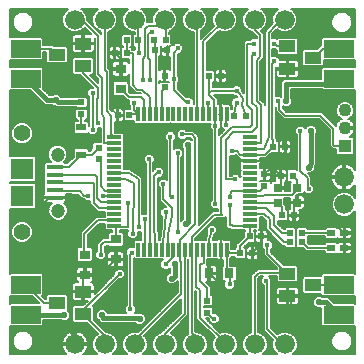
<source format=gtl>
G75*
G70*
%OFA0B0*%
%FSLAX24Y24*%
%IPPOS*%
%LPD*%
%AMOC8*
5,1,8,0,0,1.08239X$1,22.5*
%
%ADD10R,0.0472X0.0118*%
%ADD11R,0.0118X0.0472*%
%ADD12R,0.0276X0.0197*%
%ADD13R,0.0197X0.0236*%
%ADD14R,0.0354X0.0315*%
%ADD15R,0.0236X0.0197*%
%ADD16R,0.0276X0.0256*%
%ADD17R,0.0433X0.0433*%
%ADD18C,0.0433*%
%ADD19R,0.0315X0.0354*%
%ADD20R,0.0327X0.0248*%
%ADD21R,0.0531X0.0157*%
%ADD22R,0.0748X0.0709*%
%ADD23C,0.0551*%
%ADD24C,0.0472*%
%ADD25C,0.0660*%
%ADD26R,0.0551X0.0394*%
%ADD27R,0.0984X0.0591*%
%ADD28C,0.0079*%
%ADD29C,0.0177*%
%ADD30C,0.0059*%
%ADD31C,0.0217*%
%ADD32C,0.0157*%
D10*
X005813Y008327D03*
X005813Y008524D03*
X005813Y008721D03*
X005813Y008918D03*
X005813Y009115D03*
X005813Y009311D03*
X005813Y009508D03*
X005813Y009705D03*
X005813Y009902D03*
X005813Y010099D03*
X005813Y010296D03*
X005813Y010493D03*
X005813Y010689D03*
X005813Y010886D03*
X005813Y011083D03*
X005813Y011280D03*
X010341Y011280D03*
X010341Y011083D03*
X010341Y010886D03*
X010341Y010689D03*
X010341Y010493D03*
X010341Y010296D03*
X010341Y010099D03*
X010341Y009902D03*
X010341Y009705D03*
X010341Y009508D03*
X010341Y009311D03*
X010341Y009115D03*
X010341Y008918D03*
X010341Y008721D03*
X010341Y008524D03*
X010341Y008327D03*
D11*
X009553Y007540D03*
X009357Y007540D03*
X009160Y007540D03*
X008963Y007540D03*
X008766Y007540D03*
X008569Y007540D03*
X008372Y007540D03*
X008175Y007540D03*
X007979Y007540D03*
X007782Y007540D03*
X007585Y007540D03*
X007388Y007540D03*
X007191Y007540D03*
X006994Y007540D03*
X006797Y007540D03*
X006601Y007540D03*
X006601Y012067D03*
X006797Y012067D03*
X006994Y012067D03*
X007191Y012067D03*
X007388Y012067D03*
X007585Y012067D03*
X007782Y012067D03*
X007979Y012067D03*
X008175Y012067D03*
X008372Y012067D03*
X008569Y012067D03*
X008766Y012067D03*
X008963Y012067D03*
X009160Y012067D03*
X009357Y012067D03*
X009553Y012067D03*
D12*
X013046Y008095D03*
X013479Y008095D03*
X013479Y007595D03*
X013046Y007595D03*
D13*
X012065Y007792D03*
X012065Y008095D03*
X011671Y008095D03*
X011671Y007792D03*
X011794Y008689D03*
X011400Y008689D03*
X010711Y007981D03*
X010317Y007981D03*
X010404Y007422D03*
X010010Y007422D03*
X011357Y010004D03*
X011750Y010004D03*
X011506Y010965D03*
X011112Y010965D03*
X010199Y012004D03*
X009805Y012004D03*
X009360Y013327D03*
X008967Y013327D03*
X007577Y014193D03*
X007522Y014520D03*
X007128Y014520D03*
X007183Y014193D03*
X006616Y014516D03*
X006223Y014516D03*
X006219Y014095D03*
X005825Y014095D03*
X005920Y012020D03*
X006313Y012020D03*
D14*
X006022Y012902D03*
X006022Y013571D03*
X005860Y007882D03*
X005860Y007213D03*
X004829Y007374D03*
X004829Y006705D03*
D15*
X005290Y010544D03*
X005290Y010937D03*
X004711Y012056D03*
X004711Y012449D03*
X007494Y012949D03*
X007494Y013343D03*
X010813Y010044D03*
X010813Y009650D03*
X008908Y005831D03*
X008908Y005437D03*
D16*
X011256Y009109D03*
X011256Y009601D03*
X011906Y009601D03*
X011906Y009109D03*
D17*
X013498Y011000D03*
D18*
X013498Y011591D03*
X013498Y012181D03*
D19*
X009640Y006744D03*
X008971Y006744D03*
D20*
X004703Y010709D03*
X004703Y011615D03*
D21*
X003821Y010292D03*
X003821Y010036D03*
X003821Y009780D03*
X003821Y009524D03*
X003821Y009268D03*
D22*
X002738Y009327D03*
X002738Y010233D03*
D23*
X002738Y011414D03*
X002738Y008126D03*
D24*
X003939Y008835D03*
X003920Y010705D03*
D25*
X004490Y015201D03*
X005490Y015201D03*
X006490Y015201D03*
X007490Y015201D03*
X008490Y015201D03*
X009490Y015201D03*
X010490Y015201D03*
X011490Y015201D03*
X013475Y009949D03*
X013475Y009048D03*
X011498Y004382D03*
X010498Y004382D03*
X009498Y004382D03*
X008498Y004382D03*
X007498Y004382D03*
X006498Y004382D03*
X005498Y004382D03*
X004498Y004382D03*
D26*
X004770Y005394D03*
X004770Y006142D03*
X003904Y005768D03*
X004770Y013662D03*
X004770Y014410D03*
X003904Y014036D03*
X011581Y014311D03*
X011581Y013563D03*
X012447Y013937D03*
X011581Y006733D03*
X011581Y005985D03*
X012447Y006359D03*
D27*
X013294Y006367D03*
X013294Y005367D03*
X013294Y013241D03*
X013294Y014241D03*
X002860Y014241D03*
X002860Y013241D03*
X002860Y006367D03*
X002860Y005367D03*
D28*
X003459Y005768D02*
X003904Y005768D01*
X004337Y006103D02*
X004376Y006142D01*
X004770Y006142D01*
X004770Y006646D01*
X004829Y006705D01*
X005353Y006705D01*
X005479Y006579D01*
X005479Y006575D01*
X005353Y006705D02*
X005860Y007213D01*
X005360Y007363D02*
X005360Y007678D01*
X005479Y007796D01*
X005774Y007796D01*
X005860Y007882D01*
X005860Y008280D01*
X005813Y008327D01*
X005833Y008307D01*
X006266Y008307D01*
X006266Y009095D01*
X005061Y010709D02*
X004703Y010709D01*
X004286Y010292D01*
X003821Y010292D01*
X003821Y009268D02*
X003766Y009213D01*
X003589Y009213D01*
X003549Y009174D01*
X003549Y008465D01*
X003628Y008386D01*
X003983Y008386D01*
X004455Y006693D02*
X004337Y006575D01*
X004337Y006103D01*
X004376Y006063D01*
X004376Y004764D01*
X004498Y004642D01*
X004498Y004382D01*
X003459Y005768D02*
X002860Y006367D01*
X005061Y010709D02*
X005290Y010937D01*
X005920Y012020D02*
X005715Y012225D01*
X005715Y013229D01*
X005754Y013268D01*
X006069Y013268D01*
X006022Y013355D01*
X006022Y013571D01*
X006022Y013898D01*
X005825Y014095D01*
X005825Y014339D01*
X005794Y014370D01*
X004809Y014370D02*
X004809Y014056D01*
X004809Y014370D02*
X004770Y014410D01*
X003825Y014410D01*
X003699Y014241D02*
X002860Y014241D01*
X003699Y014241D02*
X003904Y014036D01*
X006313Y012020D02*
X006360Y012067D01*
X006601Y012067D01*
X006463Y012205D01*
X006463Y012441D01*
X007494Y013343D02*
X007494Y013575D01*
X007486Y013583D01*
X007577Y013674D01*
X007577Y014193D01*
X007577Y014225D01*
X007880Y014489D01*
X007920Y014252D02*
X007801Y014095D01*
X007801Y013229D01*
X007801Y012855D01*
X008195Y012461D01*
X008274Y012461D01*
X008967Y012693D02*
X008967Y012769D01*
X009033Y012835D01*
X009888Y012835D01*
X009927Y012835D01*
X010085Y012552D01*
X010081Y012359D01*
X010199Y012004D01*
X010557Y012284D02*
X010557Y011615D01*
X010400Y011457D01*
X009770Y011457D01*
X009534Y011181D01*
X009534Y009882D01*
X009849Y009882D01*
X009888Y010512D02*
X009770Y010552D01*
X009888Y010512D02*
X010341Y010493D01*
X010774Y010493D01*
X010990Y010276D01*
X011085Y010276D01*
X011357Y010004D01*
X011357Y009701D01*
X011256Y009601D01*
X011262Y009607D01*
X011620Y009607D01*
X011357Y010004D02*
X011317Y010044D01*
X010990Y010221D02*
X010990Y010276D01*
X011506Y010792D01*
X011506Y010965D01*
X011423Y011048D01*
X011423Y011811D01*
X012014Y011496D02*
X012014Y010158D01*
X012250Y009922D01*
X012250Y009607D01*
X012290Y009567D01*
X011931Y009095D02*
X012841Y009095D01*
X013038Y008701D02*
X013038Y008536D01*
X013479Y008095D01*
X013479Y007595D01*
X013294Y006367D02*
X013286Y006359D01*
X012447Y006359D01*
X011699Y005867D02*
X011699Y005276D01*
X011699Y005867D02*
X011581Y005985D01*
X010912Y006378D02*
X010912Y004882D01*
X011412Y004382D01*
X011498Y004382D01*
X009770Y005591D02*
X009770Y005945D01*
X008971Y006744D01*
X008971Y007115D01*
X008983Y007126D01*
X009357Y007540D02*
X009376Y007559D01*
X009376Y007953D01*
X009553Y007540D02*
X009553Y006831D01*
X009640Y006744D01*
X009652Y006733D01*
X009652Y006378D01*
X009671Y007422D02*
X010010Y007422D01*
X010010Y007674D01*
X010317Y007981D01*
X010317Y008304D01*
X010341Y008327D01*
X009829Y008327D01*
X009652Y008347D01*
X009652Y009016D01*
X009179Y009056D02*
X009179Y011654D01*
X009179Y012048D01*
X009160Y012067D01*
X009140Y012067D01*
X009140Y012520D01*
X008967Y012693D01*
X008967Y012769D02*
X008967Y013327D01*
X009360Y013327D02*
X009553Y013327D01*
X009612Y013307D01*
X009337Y012638D02*
X009337Y012067D01*
X009357Y012067D01*
X010400Y012441D02*
X010557Y012284D01*
X010400Y012441D02*
X010400Y013977D01*
X010479Y014056D01*
X010754Y013426D02*
X010754Y012559D01*
X011581Y013563D02*
X011916Y013563D01*
X012014Y013465D01*
X012447Y013937D02*
X012750Y014241D01*
X013294Y014241D01*
X010990Y010221D02*
X010813Y010044D01*
X011620Y009134D02*
X011646Y009109D01*
X011906Y009109D01*
X011931Y009095D01*
X011906Y009109D02*
X011794Y008996D01*
X011794Y008689D01*
X011817Y008666D01*
X011817Y008426D01*
X011671Y008095D02*
X011400Y008095D01*
X011148Y008347D01*
X011148Y008662D01*
X010872Y008937D01*
X010360Y008937D01*
X010341Y008918D01*
X010360Y008741D02*
X010794Y008741D01*
X010990Y008544D01*
X010990Y008268D01*
X011467Y007792D01*
X011671Y007792D01*
X010711Y007729D02*
X010711Y007981D01*
X010711Y008304D01*
X010794Y008386D01*
X010360Y008741D02*
X010341Y008721D01*
X010439Y007678D02*
X010439Y007457D01*
X010404Y007422D01*
X010711Y007729D01*
X009671Y007422D02*
X009553Y007540D01*
X010872Y006496D02*
X010912Y006378D01*
X009455Y014449D02*
X009061Y014449D01*
D29*
X009061Y014449D03*
X009455Y014449D03*
X008983Y015433D03*
X007998Y015433D03*
X007880Y014489D03*
X007920Y014252D03*
X007486Y013583D03*
X007801Y013229D03*
X008274Y012461D03*
X008943Y012441D03*
X009337Y012638D03*
X009888Y012441D03*
X009888Y012835D03*
X009612Y013307D03*
X010479Y014056D03*
X010479Y014410D03*
X011148Y014410D03*
X011148Y013819D03*
X010754Y013426D03*
X010754Y012559D03*
X011266Y012481D03*
X011423Y011811D03*
X012014Y011496D03*
X010990Y010276D03*
X011620Y009607D03*
X011620Y009134D03*
X011817Y008426D03*
X010912Y007678D03*
X010439Y007678D03*
X010794Y008386D03*
X009652Y009016D03*
X009652Y009292D03*
X009179Y009056D03*
X009061Y008189D03*
X009376Y007953D03*
X008983Y007126D03*
X009652Y006378D03*
X009770Y005591D03*
X009140Y005237D03*
X008983Y004567D03*
X008116Y005040D03*
X007920Y005630D03*
X007998Y004213D03*
X007014Y004213D03*
X005990Y004174D03*
X006345Y005552D03*
X005479Y006575D03*
X005990Y006733D03*
X006384Y007441D03*
X006423Y008071D03*
X006620Y008307D03*
X006817Y008544D03*
X007329Y008347D03*
X007526Y008780D03*
X007723Y009292D03*
X007447Y009725D03*
X007290Y010119D03*
X006975Y010552D03*
X007683Y011300D03*
X007683Y011575D03*
X008077Y011378D03*
X007920Y010748D03*
X008904Y011063D03*
X009179Y011654D03*
X009534Y011693D03*
X009731Y010827D03*
X009770Y010552D03*
X009849Y009882D03*
X007920Y008111D03*
X007526Y007048D03*
X006266Y009095D03*
X005439Y009331D03*
X004927Y009331D03*
X003983Y008386D03*
X005360Y007363D03*
X004455Y006693D03*
X004337Y006103D03*
X002526Y005867D03*
X005085Y011536D03*
X005282Y011772D03*
X005085Y012756D03*
X006069Y013268D03*
X006778Y013209D03*
X007014Y013209D03*
X006463Y012441D03*
X006620Y014095D03*
X007053Y014804D03*
X006975Y015433D03*
X005794Y014370D03*
X004809Y014056D03*
X003825Y014410D03*
X005006Y015433D03*
X012014Y013465D03*
X012290Y009567D03*
X012841Y009095D03*
X013038Y008701D03*
X010872Y006496D03*
X011699Y005276D03*
X010990Y004134D03*
D30*
X002319Y004046D02*
X002319Y004995D01*
X002332Y004983D01*
X003389Y004983D01*
X003441Y005035D01*
X003441Y005199D01*
X004017Y005199D01*
X004058Y005158D01*
X004222Y005158D01*
X004337Y005273D01*
X004337Y005436D01*
X004253Y005520D01*
X004268Y005535D01*
X004268Y006002D01*
X004216Y006054D01*
X003591Y006054D01*
X003540Y006002D01*
X003540Y005896D01*
X003512Y005896D01*
X003407Y006001D01*
X003441Y006035D01*
X003441Y006699D01*
X003389Y006750D01*
X002332Y006750D01*
X002319Y006738D01*
X002319Y008893D01*
X002328Y008884D01*
X003149Y008884D01*
X003201Y008936D01*
X003201Y009718D01*
X003149Y009770D01*
X002328Y009770D01*
X002319Y009761D01*
X002319Y009798D01*
X002328Y009790D01*
X003149Y009790D01*
X003201Y009842D01*
X003201Y010624D01*
X003149Y010676D01*
X002328Y010676D01*
X002319Y010667D01*
X002319Y012869D01*
X002332Y012857D01*
X003008Y012857D01*
X003414Y012451D01*
X003512Y012353D01*
X003753Y012353D01*
X003783Y012323D01*
X003825Y012323D01*
X003866Y012282D01*
X004536Y012282D01*
X004556Y012262D01*
X004866Y012262D01*
X004918Y012314D01*
X004918Y012584D01*
X004866Y012636D01*
X004556Y012636D01*
X004536Y012617D01*
X004046Y012617D01*
X003946Y012717D01*
X003783Y012717D01*
X003753Y012687D01*
X003650Y012687D01*
X003435Y012903D01*
X003441Y012909D01*
X003441Y013573D01*
X003389Y013624D01*
X002332Y013624D01*
X002319Y013612D01*
X002319Y013869D01*
X002332Y013857D01*
X003389Y013857D01*
X003441Y013909D01*
X003441Y014113D01*
X003540Y014113D01*
X003540Y013802D01*
X003591Y013750D01*
X004216Y013750D01*
X004268Y013802D01*
X004268Y014269D01*
X004216Y014321D01*
X003799Y014321D01*
X003752Y014369D01*
X003441Y014369D01*
X003441Y014573D01*
X003389Y014624D01*
X002332Y014624D01*
X002319Y014612D01*
X002319Y015561D01*
X004266Y015561D01*
X004253Y015556D01*
X004136Y015438D01*
X004072Y015284D01*
X004072Y015118D01*
X004136Y014964D01*
X004253Y014846D01*
X004407Y014783D01*
X004574Y014783D01*
X004727Y014846D01*
X004821Y014940D01*
X005046Y014715D01*
X004799Y014715D01*
X004799Y014439D01*
X005154Y014439D01*
X005154Y014607D01*
X005164Y014597D01*
X005164Y013337D01*
X005025Y013337D01*
X004986Y013376D02*
X005082Y013376D01*
X005134Y013428D01*
X005134Y013895D01*
X005082Y013947D01*
X004458Y013947D01*
X004406Y013895D01*
X004406Y013428D01*
X004458Y013376D01*
X004652Y013376D01*
X004721Y013307D01*
X005095Y012933D01*
X005011Y012933D01*
X004908Y012830D01*
X004908Y012683D01*
X004967Y012624D01*
X004967Y011668D01*
X004955Y011656D01*
X004955Y011775D01*
X004903Y011827D01*
X004829Y011827D01*
X004829Y011869D01*
X004866Y011869D01*
X004918Y011920D01*
X004918Y012191D01*
X004866Y012243D01*
X004556Y012243D01*
X004504Y012191D01*
X004504Y011920D01*
X004556Y011869D01*
X004593Y011869D01*
X004593Y011827D01*
X004503Y011827D01*
X004451Y011775D01*
X004451Y011454D01*
X004503Y011402D01*
X004903Y011402D01*
X004936Y011435D01*
X005011Y011359D01*
X005158Y011359D01*
X005262Y011462D01*
X005262Y011595D01*
X005355Y011595D01*
X005360Y011600D01*
X005360Y011124D01*
X005135Y011124D01*
X005083Y011073D01*
X005083Y010912D01*
X005008Y010837D01*
X004955Y010837D01*
X004955Y010870D01*
X004903Y010922D01*
X004503Y010922D01*
X004451Y010870D01*
X004451Y010638D01*
X004233Y010420D01*
X004163Y010420D01*
X004128Y010454D01*
X004195Y010521D01*
X004244Y010641D01*
X004244Y010770D01*
X004195Y010889D01*
X004104Y010980D01*
X003984Y011030D01*
X003855Y011030D01*
X003736Y010980D01*
X003644Y010889D01*
X003595Y010770D01*
X003595Y010641D01*
X003644Y010521D01*
X003706Y010459D01*
X003519Y010459D01*
X003467Y010407D01*
X003467Y010176D01*
X003479Y010164D01*
X003467Y010151D01*
X003467Y009920D01*
X003479Y009908D01*
X003467Y009895D01*
X003467Y009664D01*
X003479Y009652D01*
X003467Y009639D01*
X003467Y009410D01*
X003454Y009389D01*
X003447Y009361D01*
X003447Y009278D01*
X003811Y009278D01*
X003811Y009258D01*
X003447Y009258D01*
X003447Y009175D01*
X003454Y009148D01*
X003469Y009123D01*
X003489Y009103D01*
X003514Y009088D01*
X003541Y009081D01*
X003726Y009081D01*
X003664Y009019D01*
X003614Y008900D01*
X003614Y008770D01*
X003664Y008651D01*
X003755Y008560D01*
X002319Y008560D01*
X002319Y008502D02*
X005073Y008502D01*
X005016Y008445D02*
X002921Y008445D01*
X002945Y008435D02*
X002811Y008491D01*
X002666Y008491D01*
X002532Y008435D01*
X002430Y008333D01*
X002374Y008199D01*
X002374Y008054D01*
X002430Y007920D01*
X002532Y007818D01*
X002666Y007762D01*
X002811Y007762D01*
X002945Y007818D01*
X003047Y007920D01*
X003103Y008054D01*
X003103Y008199D01*
X003047Y008333D01*
X002945Y008435D01*
X002992Y008387D02*
X004958Y008387D01*
X004901Y008330D02*
X003048Y008330D01*
X003072Y008272D02*
X004843Y008272D01*
X004786Y008215D02*
X003096Y008215D01*
X003103Y008157D02*
X004728Y008157D01*
X004760Y008189D02*
X004691Y008120D01*
X004691Y007620D01*
X004615Y007620D01*
X004563Y007569D01*
X004563Y007180D01*
X004615Y007128D01*
X005043Y007128D01*
X005095Y007180D01*
X005095Y007569D01*
X005043Y007620D01*
X004927Y007620D01*
X004927Y008022D01*
X005311Y008406D01*
X005488Y008406D01*
X005488Y008231D01*
X005540Y008180D01*
X005733Y008180D01*
X005733Y008128D01*
X005647Y008128D01*
X005595Y008076D01*
X005595Y007924D01*
X005426Y007924D01*
X005307Y007806D01*
X005233Y007731D01*
X005233Y007485D01*
X005183Y007436D01*
X005183Y007289D01*
X005287Y007185D01*
X005434Y007185D01*
X005538Y007289D01*
X005538Y007436D01*
X005488Y007485D01*
X005488Y007625D01*
X005532Y007668D01*
X005615Y007668D01*
X005647Y007636D01*
X006074Y007636D01*
X006126Y007688D01*
X006126Y008076D01*
X006074Y008128D01*
X005988Y008128D01*
X005988Y008180D01*
X006281Y008180D01*
X006246Y008145D01*
X006246Y007998D01*
X006350Y007894D01*
X006497Y007894D01*
X006601Y007998D01*
X006601Y008130D01*
X006694Y008130D01*
X006699Y008136D01*
X006699Y007862D01*
X006699Y007862D01*
X006696Y007865D01*
X006505Y007865D01*
X006453Y007813D01*
X006453Y007619D01*
X006311Y007619D01*
X006207Y007515D01*
X006207Y007368D01*
X006227Y007348D01*
X006227Y005684D01*
X006168Y005625D01*
X006168Y005478D01*
X006202Y005443D01*
X005590Y005443D01*
X005481Y005552D01*
X005318Y005552D01*
X005203Y005436D01*
X005203Y005273D01*
X005318Y005158D01*
X005321Y005158D01*
X005331Y005148D01*
X005370Y005109D01*
X006509Y005109D01*
X006578Y005040D01*
X006741Y005040D01*
X006857Y005155D01*
X006857Y005318D01*
X006741Y005433D01*
X006699Y005433D01*
X006690Y005443D01*
X006487Y005443D01*
X006522Y005478D01*
X006522Y005625D01*
X006463Y005684D01*
X006463Y007257D01*
X006505Y007215D01*
X006696Y007215D01*
X006699Y007218D01*
X006702Y007215D01*
X006893Y007215D01*
X006896Y007218D01*
X006899Y007215D01*
X007090Y007215D01*
X007093Y007218D01*
X007095Y007215D01*
X007287Y007215D01*
X007290Y007218D01*
X007292Y007215D01*
X007443Y007215D01*
X007349Y007121D01*
X006463Y007121D01*
X006463Y007064D02*
X007349Y007064D01*
X007349Y007121D02*
X007349Y006974D01*
X007452Y006870D01*
X007599Y006870D01*
X007669Y006941D01*
X007673Y006937D01*
X007673Y006772D01*
X007641Y006772D01*
X007526Y006657D01*
X007526Y006494D01*
X007641Y006378D01*
X007804Y006378D01*
X007920Y006494D01*
X007920Y006496D01*
X007920Y006112D01*
X006600Y004793D01*
X006582Y004801D01*
X006415Y004801D01*
X006261Y004737D01*
X006143Y004619D01*
X006080Y004466D01*
X006080Y004299D01*
X006143Y004145D01*
X006243Y004046D01*
X005754Y004046D01*
X005853Y004145D01*
X005917Y004299D01*
X005917Y004466D01*
X005853Y004619D01*
X005735Y004737D01*
X005582Y004801D01*
X005530Y004801D01*
X005134Y005197D01*
X005134Y005628D01*
X005093Y005668D01*
X005980Y006556D01*
X006064Y006556D01*
X006168Y006659D01*
X006168Y006806D01*
X006064Y006910D01*
X005917Y006910D01*
X005813Y006806D01*
X005813Y006723D01*
X005154Y006063D01*
X005154Y006113D01*
X004799Y006113D01*
X004799Y005837D01*
X004928Y005837D01*
X004770Y005680D01*
X004458Y005680D01*
X004406Y005628D01*
X004406Y005161D01*
X004458Y005109D01*
X004888Y005109D01*
X005260Y004736D01*
X005143Y004619D01*
X005080Y004466D01*
X005080Y004299D01*
X005143Y004145D01*
X005243Y004046D01*
X004781Y004046D01*
X004784Y004048D01*
X004833Y004097D01*
X004873Y004153D01*
X004904Y004214D01*
X004926Y004280D01*
X004937Y004348D01*
X004937Y004353D01*
X004528Y004353D01*
X004528Y004412D01*
X004469Y004412D01*
X004469Y004821D01*
X004464Y004821D01*
X004396Y004810D01*
X004330Y004788D01*
X004269Y004757D01*
X004213Y004717D01*
X004164Y004668D01*
X004123Y004612D01*
X004092Y004551D01*
X004071Y004485D01*
X004060Y004417D01*
X004060Y004412D01*
X004469Y004412D01*
X004469Y004353D01*
X004060Y004353D01*
X004060Y004348D01*
X004071Y004280D01*
X004092Y004214D01*
X004123Y004153D01*
X004164Y004097D01*
X004213Y004048D01*
X004216Y004046D01*
X002319Y004046D01*
X002319Y004071D02*
X004190Y004071D01*
X004141Y004128D02*
X002319Y004128D01*
X002319Y004186D02*
X002593Y004186D01*
X002567Y004197D02*
X002694Y004144D01*
X002831Y004144D01*
X002957Y004197D01*
X003054Y004293D01*
X003107Y004420D01*
X003107Y004557D01*
X003054Y004684D01*
X002957Y004781D01*
X002831Y004833D01*
X002694Y004833D01*
X002567Y004781D01*
X002470Y004684D01*
X002418Y004557D01*
X002418Y004420D01*
X002470Y004293D01*
X002567Y004197D01*
X002520Y004243D02*
X002319Y004243D01*
X002319Y004301D02*
X002467Y004301D01*
X002443Y004358D02*
X002319Y004358D01*
X002319Y004416D02*
X002419Y004416D01*
X002418Y004474D02*
X002319Y004474D01*
X002319Y004531D02*
X002418Y004531D01*
X002431Y004589D02*
X002319Y004589D01*
X002319Y004646D02*
X002454Y004646D01*
X002490Y004704D02*
X002319Y004704D01*
X002319Y004761D02*
X002548Y004761D01*
X002659Y004819D02*
X002319Y004819D01*
X002319Y004876D02*
X005121Y004876D01*
X005178Y004819D02*
X004543Y004819D01*
X004533Y004821D02*
X004528Y004821D01*
X004528Y004412D01*
X004937Y004412D01*
X004937Y004417D01*
X004926Y004485D01*
X004904Y004551D01*
X004873Y004612D01*
X004833Y004668D01*
X004784Y004717D01*
X004728Y004757D01*
X004667Y004788D01*
X004601Y004810D01*
X004533Y004821D01*
X004528Y004819D02*
X004469Y004819D01*
X004453Y004819D02*
X002865Y004819D01*
X002976Y004761D02*
X004277Y004761D01*
X004200Y004704D02*
X003034Y004704D01*
X003070Y004646D02*
X004148Y004646D01*
X004112Y004589D02*
X003093Y004589D01*
X003107Y004531D02*
X004086Y004531D01*
X004069Y004474D02*
X003107Y004474D01*
X003105Y004416D02*
X004060Y004416D01*
X004067Y004301D02*
X003057Y004301D01*
X003081Y004358D02*
X004469Y004358D01*
X004469Y004416D02*
X004528Y004416D01*
X004528Y004358D02*
X005080Y004358D01*
X005080Y004301D02*
X004929Y004301D01*
X004914Y004243D02*
X005103Y004243D01*
X005127Y004186D02*
X004890Y004186D01*
X004855Y004128D02*
X005160Y004128D01*
X005218Y004071D02*
X004806Y004071D01*
X004937Y004416D02*
X005080Y004416D01*
X005083Y004474D02*
X004928Y004474D01*
X004911Y004531D02*
X005107Y004531D01*
X005131Y004589D02*
X004885Y004589D01*
X004848Y004646D02*
X005170Y004646D01*
X005228Y004704D02*
X004797Y004704D01*
X004720Y004761D02*
X005236Y004761D01*
X005397Y004934D02*
X006741Y004934D01*
X006684Y004876D02*
X005455Y004876D01*
X005512Y004819D02*
X006626Y004819D01*
X006569Y005049D02*
X005282Y005049D01*
X005339Y004992D02*
X006799Y004992D01*
X006751Y005049D02*
X006856Y005049D01*
X006808Y005107D02*
X006914Y005107D01*
X006857Y005164D02*
X006971Y005164D01*
X007029Y005222D02*
X006857Y005222D01*
X006857Y005279D02*
X007087Y005279D01*
X007144Y005337D02*
X006838Y005337D01*
X006780Y005394D02*
X007202Y005394D01*
X007259Y005452D02*
X006496Y005452D01*
X006522Y005510D02*
X007317Y005510D01*
X007374Y005567D02*
X006522Y005567D01*
X006522Y005625D02*
X007432Y005625D01*
X007489Y005682D02*
X006465Y005682D01*
X006463Y005740D02*
X007547Y005740D01*
X007605Y005797D02*
X006463Y005797D01*
X006463Y005855D02*
X007662Y005855D01*
X007720Y005912D02*
X006463Y005912D01*
X006463Y005970D02*
X007777Y005970D01*
X007835Y006028D02*
X006463Y006028D01*
X006463Y006085D02*
X007892Y006085D01*
X007920Y006143D02*
X006463Y006143D01*
X006463Y006200D02*
X007920Y006200D01*
X007920Y006258D02*
X006463Y006258D01*
X006463Y006315D02*
X007920Y006315D01*
X007920Y006373D02*
X006463Y006373D01*
X006463Y006430D02*
X007589Y006430D01*
X007531Y006488D02*
X006463Y006488D01*
X006463Y006546D02*
X007526Y006546D01*
X007526Y006603D02*
X006463Y006603D01*
X006463Y006661D02*
X007530Y006661D01*
X007587Y006718D02*
X006463Y006718D01*
X006463Y006776D02*
X007673Y006776D01*
X007673Y006833D02*
X006463Y006833D01*
X006463Y006891D02*
X007432Y006891D01*
X007374Y006948D02*
X006463Y006948D01*
X006463Y007006D02*
X007349Y007006D01*
X007526Y007048D02*
X007762Y007284D01*
X007762Y007520D01*
X007782Y007540D01*
X007979Y007540D02*
X007998Y007559D01*
X007998Y007874D01*
X008510Y008386D01*
X008510Y011260D01*
X008392Y011378D01*
X008077Y011378D01*
X007900Y011380D02*
X007853Y011380D01*
X007860Y011373D02*
X007757Y011477D01*
X007610Y011477D01*
X007506Y011373D01*
X007506Y011226D01*
X007565Y011167D01*
X007565Y009857D01*
X007520Y009902D01*
X007374Y009902D01*
X007270Y009798D01*
X007270Y009651D01*
X007329Y009592D01*
X007329Y009164D01*
X007536Y008957D01*
X007452Y008957D01*
X007349Y008853D01*
X007349Y008707D01*
X007402Y008653D01*
X007388Y008339D01*
X007317Y007865D01*
X007292Y007865D01*
X007290Y007862D01*
X007290Y008120D01*
X007250Y008160D01*
X007250Y009941D01*
X007363Y009941D01*
X007467Y010045D01*
X007467Y010192D01*
X007363Y010296D01*
X007216Y010296D01*
X007112Y010192D01*
X007112Y010148D01*
X007112Y010439D01*
X007152Y010478D01*
X007152Y010625D01*
X007048Y010729D01*
X006901Y010729D01*
X006797Y010625D01*
X006797Y010478D01*
X006876Y010399D01*
X006876Y008721D01*
X006744Y008721D01*
X006738Y008716D01*
X006738Y009847D01*
X006746Y009859D01*
X006738Y009895D01*
X006738Y009931D01*
X006728Y009941D01*
X006726Y009955D01*
X006695Y009975D01*
X006669Y010000D01*
X006655Y010000D01*
X006360Y010191D01*
X006335Y010217D01*
X006321Y010217D01*
X006309Y010225D01*
X006273Y010217D01*
X006138Y010217D01*
X006138Y010391D01*
X006135Y010394D01*
X006138Y010397D01*
X006138Y010588D01*
X006135Y010591D01*
X006138Y010594D01*
X006138Y010785D01*
X006135Y010788D01*
X006138Y010790D01*
X006138Y010982D01*
X006135Y010985D01*
X006138Y010987D01*
X006138Y011179D01*
X006135Y011181D01*
X006138Y011184D01*
X006138Y011376D01*
X006086Y011428D01*
X005833Y011428D01*
X005833Y011794D01*
X005900Y011794D01*
X005900Y012000D01*
X005939Y012000D01*
X005939Y011794D01*
X006032Y011794D01*
X006060Y011801D01*
X006084Y011815D01*
X006105Y011835D01*
X006119Y011860D01*
X006126Y011888D01*
X006126Y012000D01*
X005939Y012000D01*
X005939Y012040D01*
X005900Y012040D01*
X005900Y012246D01*
X005807Y012246D01*
X005779Y012239D01*
X005755Y012225D01*
X005734Y012205D01*
X005720Y012180D01*
X005718Y012172D01*
X005675Y012215D01*
X005675Y013514D01*
X005609Y013581D01*
X005609Y014797D01*
X005727Y014846D01*
X005845Y014964D01*
X005909Y015118D01*
X005909Y015284D01*
X005845Y015438D01*
X005727Y015556D01*
X005715Y015561D01*
X006266Y015561D01*
X006253Y015556D01*
X006136Y015438D01*
X006072Y015284D01*
X006072Y015118D01*
X006136Y014964D01*
X006253Y014846D01*
X006407Y014783D01*
X006498Y014783D01*
X006498Y014723D01*
X006481Y014723D01*
X006429Y014671D01*
X006429Y014361D01*
X006481Y014309D01*
X006502Y014309D01*
X006502Y014227D01*
X006477Y014203D01*
X006474Y014203D01*
X006472Y014205D01*
X006426Y014205D01*
X006406Y014206D01*
X006406Y014250D01*
X006354Y014302D01*
X006341Y014302D01*
X006341Y014309D01*
X006358Y014309D01*
X006410Y014361D01*
X006410Y014671D01*
X006358Y014723D01*
X006088Y014723D01*
X006036Y014671D01*
X006036Y014361D01*
X006088Y014309D01*
X006105Y014309D01*
X006105Y014302D01*
X006084Y014302D01*
X006032Y014250D01*
X006032Y013940D01*
X006084Y013888D01*
X006305Y013888D01*
X006305Y013750D01*
X006300Y013771D01*
X006286Y013795D01*
X006266Y013815D01*
X006241Y013830D01*
X006213Y013837D01*
X006051Y013837D01*
X006051Y013601D01*
X005992Y013601D01*
X005992Y013542D01*
X005736Y013542D01*
X005736Y013400D01*
X005744Y013372D01*
X005758Y013347D01*
X005778Y013327D01*
X005803Y013313D01*
X005830Y013306D01*
X005992Y013306D01*
X005992Y013542D01*
X006051Y013542D01*
X006051Y013306D01*
X006213Y013306D01*
X006241Y013313D01*
X006266Y013327D01*
X006286Y013347D01*
X006300Y013372D01*
X006305Y013392D01*
X006305Y012983D01*
X006375Y012914D01*
X006532Y012756D01*
X006689Y012756D01*
X006690Y012756D01*
X006335Y012756D01*
X006288Y012803D01*
X006288Y013096D01*
X006236Y013148D01*
X005808Y013148D01*
X005756Y013096D01*
X005756Y012708D01*
X005808Y012656D01*
X006101Y012656D01*
X006237Y012520D01*
X006291Y012520D01*
X006286Y012515D01*
X006286Y012368D01*
X006335Y012319D01*
X006335Y012227D01*
X006178Y012227D01*
X006126Y012175D01*
X006126Y011865D01*
X006178Y011813D01*
X006448Y011813D01*
X006453Y011818D01*
X006453Y011794D01*
X006505Y011743D01*
X006696Y011743D01*
X006699Y011745D01*
X006702Y011743D01*
X006893Y011743D01*
X006896Y011745D01*
X006899Y011743D01*
X007090Y011743D01*
X007093Y011745D01*
X007095Y011743D01*
X007287Y011743D01*
X007290Y011745D01*
X007292Y011743D01*
X007484Y011743D01*
X007486Y011745D01*
X007489Y011743D01*
X007681Y011743D01*
X007683Y011745D01*
X007686Y011743D01*
X007877Y011743D01*
X007880Y011745D01*
X007883Y011743D01*
X008074Y011743D01*
X008077Y011745D01*
X008080Y011743D01*
X008271Y011743D01*
X008274Y011745D01*
X008277Y011743D01*
X008468Y011743D01*
X008471Y011745D01*
X008473Y011743D01*
X008665Y011743D01*
X008668Y011745D01*
X008670Y011743D01*
X008862Y011743D01*
X008864Y011745D01*
X008867Y011743D01*
X009017Y011743D01*
X009002Y011727D01*
X009002Y011581D01*
X009051Y011531D01*
X009051Y009178D01*
X009002Y009129D01*
X009002Y008982D01*
X009106Y008878D01*
X009253Y008878D01*
X009258Y008884D01*
X009258Y008819D01*
X009091Y008819D01*
X009022Y008750D01*
X008628Y008356D01*
X008628Y011309D01*
X008559Y011378D01*
X008510Y011427D01*
X008510Y011427D01*
X008441Y011496D01*
X008209Y011496D01*
X008150Y011556D01*
X008004Y011556D01*
X007900Y011452D01*
X007900Y011305D01*
X008004Y011201D01*
X008150Y011201D01*
X008209Y011260D01*
X008343Y011260D01*
X008392Y011211D01*
X008392Y011184D01*
X008355Y011221D01*
X008192Y011221D01*
X008077Y011106D01*
X008077Y010942D01*
X008107Y010913D01*
X008107Y008576D01*
X008038Y008507D01*
X008038Y010616D01*
X008097Y010675D01*
X008097Y010822D01*
X007993Y010926D01*
X007846Y010926D01*
X007801Y010881D01*
X007801Y011167D01*
X007860Y011226D01*
X007860Y011373D01*
X007860Y011323D02*
X007900Y011323D01*
X007860Y011265D02*
X007940Y011265D01*
X007997Y011208D02*
X007842Y011208D01*
X007801Y011150D02*
X008121Y011150D01*
X008157Y011208D02*
X008179Y011208D01*
X008077Y011092D02*
X007801Y011092D01*
X007801Y011035D02*
X008077Y011035D01*
X008077Y010977D02*
X007801Y010977D01*
X007801Y010920D02*
X007840Y010920D01*
X007999Y010920D02*
X008100Y010920D01*
X008107Y010862D02*
X008056Y010862D01*
X008097Y010805D02*
X008107Y010805D01*
X008097Y010747D02*
X008107Y010747D01*
X008097Y010690D02*
X008107Y010690D01*
X008107Y010632D02*
X008054Y010632D01*
X008038Y010574D02*
X008107Y010574D01*
X008107Y010517D02*
X008038Y010517D01*
X008038Y010459D02*
X008107Y010459D01*
X008107Y010402D02*
X008038Y010402D01*
X008038Y010344D02*
X008107Y010344D01*
X008107Y010287D02*
X008038Y010287D01*
X008038Y010229D02*
X008107Y010229D01*
X008107Y010172D02*
X008038Y010172D01*
X008038Y010114D02*
X008107Y010114D01*
X008107Y010056D02*
X008038Y010056D01*
X008038Y009999D02*
X008107Y009999D01*
X008107Y009941D02*
X008038Y009941D01*
X008038Y009884D02*
X008107Y009884D01*
X008107Y009826D02*
X008038Y009826D01*
X008038Y009769D02*
X008107Y009769D01*
X008107Y009711D02*
X008038Y009711D01*
X008038Y009654D02*
X008107Y009654D01*
X008107Y009596D02*
X008038Y009596D01*
X008038Y009538D02*
X008107Y009538D01*
X008107Y009481D02*
X008038Y009481D01*
X008038Y009423D02*
X008107Y009423D01*
X008107Y009366D02*
X008038Y009366D01*
X008038Y009308D02*
X008107Y009308D01*
X008107Y009251D02*
X008038Y009251D01*
X008038Y009193D02*
X008107Y009193D01*
X008107Y009136D02*
X008038Y009136D01*
X008038Y009078D02*
X008107Y009078D01*
X008107Y009020D02*
X008038Y009020D01*
X008038Y008963D02*
X008107Y008963D01*
X008107Y008905D02*
X008038Y008905D01*
X008038Y008848D02*
X008107Y008848D01*
X008107Y008790D02*
X008038Y008790D01*
X008038Y008733D02*
X008107Y008733D01*
X008107Y008675D02*
X008038Y008675D01*
X008038Y008618D02*
X008107Y008618D01*
X008091Y008560D02*
X008038Y008560D01*
X007723Y008662D02*
X007585Y008052D01*
X007585Y007540D01*
X007388Y007540D02*
X007506Y008327D01*
X007526Y008780D01*
X007401Y008905D02*
X007250Y008905D01*
X007250Y008848D02*
X007349Y008848D01*
X007349Y008790D02*
X007250Y008790D01*
X007250Y008733D02*
X007349Y008733D01*
X007380Y008675D02*
X007250Y008675D01*
X007250Y008618D02*
X007401Y008618D01*
X007398Y008560D02*
X007250Y008560D01*
X007250Y008502D02*
X007396Y008502D01*
X007393Y008445D02*
X007250Y008445D01*
X007250Y008387D02*
X007391Y008387D01*
X007387Y008330D02*
X007250Y008330D01*
X007250Y008272D02*
X007378Y008272D01*
X007370Y008215D02*
X007250Y008215D01*
X007253Y008157D02*
X007361Y008157D01*
X007353Y008100D02*
X007290Y008100D01*
X007290Y008042D02*
X007344Y008042D01*
X007335Y007984D02*
X007290Y007984D01*
X007290Y007927D02*
X007327Y007927D01*
X007318Y007869D02*
X007290Y007869D01*
X007171Y008071D02*
X007171Y007559D01*
X007191Y007540D01*
X006994Y007540D02*
X006994Y010532D01*
X006975Y010552D01*
X007087Y010690D02*
X007565Y010690D01*
X007565Y010747D02*
X006138Y010747D01*
X006138Y010690D02*
X006862Y010690D01*
X006805Y010632D02*
X006138Y010632D01*
X006138Y010574D02*
X006797Y010574D01*
X006797Y010517D02*
X006138Y010517D01*
X006138Y010459D02*
X006816Y010459D01*
X006874Y010402D02*
X006138Y010402D01*
X006138Y010344D02*
X006876Y010344D01*
X006876Y010287D02*
X006138Y010287D01*
X006138Y010229D02*
X006876Y010229D01*
X006876Y010172D02*
X006391Y010172D01*
X006480Y010114D02*
X006876Y010114D01*
X006876Y010056D02*
X006569Y010056D01*
X006671Y009999D02*
X006876Y009999D01*
X006876Y009941D02*
X006728Y009941D01*
X006741Y009884D02*
X006876Y009884D01*
X006876Y009826D02*
X006738Y009826D01*
X006738Y009769D02*
X006876Y009769D01*
X006876Y009711D02*
X006738Y009711D01*
X006738Y009654D02*
X006876Y009654D01*
X006876Y009596D02*
X006738Y009596D01*
X006738Y009538D02*
X006876Y009538D01*
X006876Y009481D02*
X006738Y009481D01*
X006738Y009423D02*
X006876Y009423D01*
X006876Y009366D02*
X006738Y009366D01*
X006738Y009308D02*
X006876Y009308D01*
X006876Y009251D02*
X006738Y009251D01*
X006738Y009193D02*
X006876Y009193D01*
X006876Y009136D02*
X006738Y009136D01*
X006738Y009078D02*
X006876Y009078D01*
X006876Y009020D02*
X006738Y009020D01*
X006738Y008963D02*
X006876Y008963D01*
X006876Y008905D02*
X006738Y008905D01*
X006738Y008848D02*
X006876Y008848D01*
X006876Y008790D02*
X006738Y008790D01*
X006738Y008733D02*
X006876Y008733D01*
X006817Y008544D02*
X006817Y007756D01*
X006797Y007737D01*
X006797Y007540D01*
X006699Y007869D02*
X006126Y007869D01*
X006126Y007812D02*
X006453Y007812D01*
X006453Y007754D02*
X006126Y007754D01*
X006126Y007697D02*
X006453Y007697D01*
X006453Y007639D02*
X006077Y007639D01*
X006052Y007479D02*
X005890Y007479D01*
X005890Y007243D01*
X005831Y007243D01*
X005831Y007479D01*
X005669Y007479D01*
X005642Y007471D01*
X005617Y007457D01*
X005597Y007437D01*
X005582Y007412D01*
X005575Y007385D01*
X005575Y007243D01*
X005831Y007243D01*
X005831Y007183D01*
X005890Y007183D01*
X005890Y006947D01*
X006052Y006947D01*
X006079Y006955D01*
X006104Y006969D01*
X006124Y006989D01*
X006139Y007014D01*
X006146Y007041D01*
X006146Y007183D01*
X005890Y007183D01*
X005890Y007243D01*
X006146Y007243D01*
X006146Y007385D01*
X006139Y007412D01*
X006124Y007437D01*
X006104Y007457D01*
X006079Y007471D01*
X006052Y007479D01*
X006088Y007466D02*
X006207Y007466D01*
X006207Y007409D02*
X006139Y007409D01*
X006146Y007351D02*
X006224Y007351D01*
X006227Y007294D02*
X006146Y007294D01*
X006227Y007236D02*
X005890Y007236D01*
X005890Y007179D02*
X005831Y007179D01*
X005831Y007183D02*
X005831Y006947D01*
X005669Y006947D01*
X005642Y006955D01*
X005617Y006969D01*
X005597Y006989D01*
X005582Y007014D01*
X005575Y007041D01*
X005575Y007183D01*
X005831Y007183D01*
X005831Y007236D02*
X005485Y007236D01*
X005538Y007294D02*
X005575Y007294D01*
X005575Y007351D02*
X005538Y007351D01*
X005538Y007409D02*
X005582Y007409D01*
X005633Y007466D02*
X005507Y007466D01*
X005488Y007524D02*
X006216Y007524D01*
X006274Y007582D02*
X005488Y007582D01*
X005503Y007639D02*
X005644Y007639D01*
X005831Y007466D02*
X005890Y007466D01*
X005890Y007409D02*
X005831Y007409D01*
X005831Y007351D02*
X005890Y007351D01*
X005890Y007294D02*
X005831Y007294D01*
X005831Y007121D02*
X005890Y007121D01*
X005890Y007064D02*
X005831Y007064D01*
X005831Y007006D02*
X005890Y007006D01*
X005890Y006948D02*
X005831Y006948D01*
X005898Y006891D02*
X005111Y006891D01*
X005107Y006904D02*
X005093Y006929D01*
X005073Y006949D01*
X005048Y006963D01*
X005020Y006971D01*
X004858Y006971D01*
X004858Y006735D01*
X004799Y006735D01*
X004799Y006676D01*
X004544Y006676D01*
X004544Y006533D01*
X004551Y006506D01*
X004565Y006481D01*
X004585Y006461D01*
X004609Y006447D01*
X004480Y006447D01*
X004453Y006440D01*
X004428Y006426D01*
X004408Y006405D01*
X004393Y006381D01*
X004386Y006353D01*
X004386Y006172D01*
X004740Y006172D01*
X004740Y006113D01*
X004386Y006113D01*
X004386Y005931D01*
X004393Y005903D01*
X004408Y005879D01*
X004428Y005859D01*
X004453Y005844D01*
X004480Y005837D01*
X004740Y005837D01*
X004740Y006113D01*
X004799Y006113D01*
X004799Y006172D01*
X005154Y006172D01*
X005154Y006353D01*
X005146Y006381D01*
X005132Y006405D01*
X005112Y006426D01*
X005087Y006440D01*
X005060Y006447D01*
X005049Y006447D01*
X005073Y006461D01*
X005093Y006481D01*
X005107Y006506D01*
X005114Y006533D01*
X005114Y006676D01*
X004859Y006676D01*
X004859Y006735D01*
X005114Y006735D01*
X005114Y006877D01*
X005107Y006904D01*
X005073Y006948D02*
X005664Y006948D01*
X005587Y007006D02*
X002319Y007006D01*
X002319Y006948D02*
X004585Y006948D01*
X004585Y006949D02*
X004565Y006929D01*
X004551Y006904D01*
X004544Y006877D01*
X004544Y006735D01*
X004799Y006735D01*
X004799Y006971D01*
X004638Y006971D01*
X004610Y006963D01*
X004585Y006949D01*
X004547Y006891D02*
X002319Y006891D01*
X002319Y006833D02*
X004544Y006833D01*
X004544Y006776D02*
X002319Y006776D01*
X002319Y007064D02*
X005575Y007064D01*
X005575Y007121D02*
X002319Y007121D01*
X002319Y007179D02*
X004565Y007179D01*
X004563Y007236D02*
X002319Y007236D01*
X002319Y007294D02*
X004563Y007294D01*
X004563Y007351D02*
X002319Y007351D01*
X002319Y007409D02*
X004563Y007409D01*
X004563Y007466D02*
X002319Y007466D01*
X002319Y007524D02*
X004563Y007524D01*
X004576Y007582D02*
X002319Y007582D01*
X002319Y007639D02*
X004691Y007639D01*
X004691Y007697D02*
X002319Y007697D01*
X002319Y007754D02*
X004691Y007754D01*
X004691Y007812D02*
X002931Y007812D01*
X002996Y007869D02*
X004691Y007869D01*
X004691Y007927D02*
X003050Y007927D01*
X003074Y007984D02*
X004691Y007984D01*
X004691Y008042D02*
X003098Y008042D01*
X003103Y008100D02*
X004691Y008100D01*
X004760Y008189D02*
X005213Y008642D01*
X005488Y008642D01*
X005488Y008800D01*
X005252Y008800D01*
X005075Y008977D01*
X005006Y009046D01*
X005006Y009159D01*
X005001Y009154D01*
X004854Y009154D01*
X004795Y009213D01*
X004760Y009213D01*
X004603Y009370D01*
X004386Y009370D01*
X004367Y009390D01*
X004187Y009390D01*
X004188Y009389D01*
X004195Y009361D01*
X004195Y009278D01*
X003831Y009278D01*
X003831Y009258D01*
X004195Y009258D01*
X004195Y009175D01*
X004188Y009148D01*
X004173Y009123D01*
X004153Y009103D01*
X004139Y009095D01*
X004215Y009019D01*
X004264Y008900D01*
X004264Y008770D01*
X004215Y008651D01*
X004123Y008560D01*
X004004Y008510D01*
X003875Y008510D01*
X003755Y008560D01*
X003697Y008618D02*
X002319Y008618D01*
X002319Y008675D02*
X003654Y008675D01*
X003630Y008733D02*
X002319Y008733D01*
X002319Y008790D02*
X003614Y008790D01*
X003614Y008848D02*
X002319Y008848D01*
X002319Y008445D02*
X002556Y008445D01*
X002484Y008387D02*
X002319Y008387D01*
X002319Y008330D02*
X002429Y008330D01*
X002405Y008272D02*
X002319Y008272D01*
X002319Y008215D02*
X002381Y008215D01*
X002374Y008157D02*
X002319Y008157D01*
X002319Y008100D02*
X002374Y008100D01*
X002379Y008042D02*
X002319Y008042D01*
X002319Y007984D02*
X002403Y007984D01*
X002427Y007927D02*
X002319Y007927D01*
X002319Y007869D02*
X002480Y007869D01*
X002546Y007812D02*
X002319Y007812D01*
X003170Y008905D02*
X003617Y008905D01*
X003641Y008963D02*
X003201Y008963D01*
X003201Y009020D02*
X003665Y009020D01*
X003723Y009078D02*
X003201Y009078D01*
X003201Y009136D02*
X003461Y009136D01*
X003447Y009193D02*
X003201Y009193D01*
X003201Y009251D02*
X003447Y009251D01*
X003447Y009308D02*
X003201Y009308D01*
X003201Y009366D02*
X003448Y009366D01*
X003467Y009423D02*
X003201Y009423D01*
X003201Y009481D02*
X003467Y009481D01*
X003467Y009538D02*
X003201Y009538D01*
X003201Y009596D02*
X003467Y009596D01*
X003478Y009654D02*
X003201Y009654D01*
X003201Y009711D02*
X003467Y009711D01*
X003467Y009769D02*
X003151Y009769D01*
X003186Y009826D02*
X003467Y009826D01*
X003467Y009884D02*
X003201Y009884D01*
X003201Y009941D02*
X003467Y009941D01*
X003467Y009999D02*
X003201Y009999D01*
X003201Y010056D02*
X003467Y010056D01*
X003467Y010114D02*
X003201Y010114D01*
X003201Y010172D02*
X003472Y010172D01*
X003467Y010229D02*
X003201Y010229D01*
X003201Y010287D02*
X003467Y010287D01*
X003467Y010344D02*
X003201Y010344D01*
X003201Y010402D02*
X003467Y010402D01*
X003648Y010517D02*
X003201Y010517D01*
X003201Y010574D02*
X003622Y010574D01*
X003598Y010632D02*
X003193Y010632D01*
X003201Y010459D02*
X003706Y010459D01*
X003595Y010690D02*
X002319Y010690D01*
X002319Y010747D02*
X003595Y010747D01*
X003609Y010805D02*
X002319Y010805D01*
X002319Y010862D02*
X003633Y010862D01*
X003675Y010920D02*
X002319Y010920D01*
X002319Y010977D02*
X003732Y010977D01*
X004107Y010977D02*
X005083Y010977D01*
X005083Y010920D02*
X004905Y010920D01*
X004955Y010862D02*
X005033Y010862D01*
X005083Y011035D02*
X002319Y011035D01*
X002319Y011092D02*
X002563Y011092D01*
X002532Y011105D02*
X002666Y011050D01*
X002811Y011050D01*
X002945Y011105D01*
X003047Y011207D01*
X003103Y011341D01*
X003103Y011486D01*
X003047Y011620D01*
X002945Y011723D01*
X002811Y011778D01*
X002666Y011778D01*
X002532Y011723D01*
X002430Y011620D01*
X002374Y011486D01*
X002374Y011341D01*
X002430Y011207D01*
X002532Y011105D01*
X002487Y011150D02*
X002319Y011150D01*
X002319Y011208D02*
X002430Y011208D01*
X002406Y011265D02*
X002319Y011265D01*
X002319Y011323D02*
X002382Y011323D01*
X002374Y011380D02*
X002319Y011380D01*
X002319Y011438D02*
X002374Y011438D01*
X002378Y011495D02*
X002319Y011495D01*
X002319Y011553D02*
X002402Y011553D01*
X002426Y011610D02*
X002319Y011610D01*
X002319Y011668D02*
X002478Y011668D01*
X002540Y011726D02*
X002319Y011726D01*
X002319Y011783D02*
X004459Y011783D01*
X004451Y011726D02*
X002937Y011726D01*
X002999Y011668D02*
X004451Y011668D01*
X004451Y011610D02*
X003051Y011610D01*
X003075Y011553D02*
X004451Y011553D01*
X004451Y011495D02*
X003099Y011495D01*
X003103Y011438D02*
X004467Y011438D01*
X004703Y011615D02*
X004711Y011622D01*
X004711Y012056D01*
X004918Y012071D02*
X004967Y012071D01*
X004967Y012128D02*
X004918Y012128D01*
X004918Y012186D02*
X004967Y012186D01*
X004967Y012244D02*
X002319Y012244D01*
X002319Y012301D02*
X003847Y012301D01*
X003506Y012359D02*
X002319Y012359D01*
X002319Y012416D02*
X003448Y012416D01*
X003391Y012474D02*
X002319Y012474D01*
X002319Y012531D02*
X003333Y012531D01*
X003275Y012589D02*
X002319Y012589D01*
X002319Y012646D02*
X003218Y012646D01*
X003160Y012704D02*
X002319Y012704D01*
X002319Y012762D02*
X003103Y012762D01*
X003045Y012819D02*
X002319Y012819D01*
X002319Y012186D02*
X004504Y012186D01*
X004504Y012128D02*
X002319Y012128D01*
X002319Y012071D02*
X004504Y012071D01*
X004504Y012013D02*
X002319Y012013D01*
X002319Y011956D02*
X004504Y011956D01*
X004526Y011898D02*
X002319Y011898D01*
X002319Y011841D02*
X004593Y011841D01*
X004829Y011841D02*
X004967Y011841D01*
X004967Y011898D02*
X004895Y011898D01*
X004918Y011956D02*
X004967Y011956D01*
X004967Y012013D02*
X004918Y012013D01*
X004947Y011783D02*
X004967Y011783D01*
X004967Y011726D02*
X004955Y011726D01*
X004955Y011668D02*
X004967Y011668D01*
X005085Y011536D02*
X005085Y012756D01*
X004908Y012762D02*
X003576Y012762D01*
X003519Y012819D02*
X004908Y012819D01*
X004955Y012877D02*
X003461Y012877D01*
X003441Y012934D02*
X005094Y012934D01*
X005037Y012992D02*
X003441Y012992D01*
X003441Y013049D02*
X004979Y013049D01*
X004922Y013107D02*
X003441Y013107D01*
X003441Y013164D02*
X004864Y013164D01*
X004806Y013222D02*
X003441Y013222D01*
X003441Y013280D02*
X004749Y013280D01*
X004691Y013337D02*
X003441Y013337D01*
X003441Y013395D02*
X004439Y013395D01*
X004406Y013452D02*
X003441Y013452D01*
X003441Y013510D02*
X004406Y013510D01*
X004406Y013567D02*
X003441Y013567D01*
X003544Y013798D02*
X002319Y013798D01*
X002319Y013855D02*
X003540Y013855D01*
X003540Y013913D02*
X003441Y013913D01*
X003441Y013970D02*
X003540Y013970D01*
X003540Y014028D02*
X003441Y014028D01*
X003441Y014085D02*
X003540Y014085D01*
X003441Y014373D02*
X004386Y014373D01*
X004386Y014380D02*
X004386Y014199D01*
X004393Y014171D01*
X004408Y014147D01*
X004428Y014126D01*
X004453Y014112D01*
X004480Y014105D01*
X004740Y014105D01*
X004740Y014380D01*
X004386Y014380D01*
X004386Y014439D02*
X004740Y014439D01*
X004740Y014380D01*
X004799Y014380D01*
X004799Y014105D01*
X005060Y014105D01*
X005087Y014112D01*
X005112Y014126D01*
X005132Y014147D01*
X005146Y014171D01*
X005154Y014199D01*
X005154Y014380D01*
X004799Y014380D01*
X004799Y014439D01*
X004740Y014439D01*
X004740Y014715D01*
X004480Y014715D01*
X004453Y014708D01*
X004428Y014693D01*
X004408Y014673D01*
X004393Y014648D01*
X004386Y014621D01*
X004386Y014439D01*
X004386Y014488D02*
X003441Y014488D01*
X003441Y014431D02*
X004740Y014431D01*
X004740Y014488D02*
X004799Y014488D01*
X004799Y014431D02*
X005164Y014431D01*
X005154Y014488D02*
X005164Y014488D01*
X005154Y014546D02*
X005164Y014546D01*
X005154Y014603D02*
X005157Y014603D01*
X005282Y014646D02*
X004727Y015201D01*
X004490Y015201D01*
X004772Y014891D02*
X004870Y014891D01*
X004927Y014834D02*
X004697Y014834D01*
X004740Y014661D02*
X004799Y014661D01*
X004799Y014603D02*
X004740Y014603D01*
X004740Y014546D02*
X004799Y014546D01*
X004799Y014373D02*
X004740Y014373D01*
X004740Y014316D02*
X004799Y014316D01*
X004799Y014258D02*
X004740Y014258D01*
X004740Y014200D02*
X004799Y014200D01*
X004799Y014143D02*
X004740Y014143D01*
X004411Y014143D02*
X004268Y014143D01*
X004268Y014200D02*
X004386Y014200D01*
X004386Y014258D02*
X004268Y014258D01*
X004222Y014316D02*
X004386Y014316D01*
X004386Y014546D02*
X003441Y014546D01*
X003410Y014603D02*
X004386Y014603D01*
X004401Y014661D02*
X002319Y014661D01*
X002319Y014718D02*
X005042Y014718D01*
X004985Y014776D02*
X002835Y014776D01*
X002831Y014774D02*
X002957Y014826D01*
X003054Y014923D01*
X003107Y015050D01*
X003107Y015187D01*
X003054Y015314D01*
X002957Y015411D01*
X002831Y015463D01*
X002694Y015463D01*
X002567Y015411D01*
X002470Y015314D01*
X002418Y015187D01*
X002418Y015050D01*
X002470Y014923D01*
X002567Y014826D01*
X002694Y014774D01*
X002831Y014774D01*
X002689Y014776D02*
X002319Y014776D01*
X002319Y014834D02*
X002560Y014834D01*
X002502Y014891D02*
X002319Y014891D01*
X002319Y014949D02*
X002460Y014949D01*
X002436Y015006D02*
X002319Y015006D01*
X002319Y015064D02*
X002418Y015064D01*
X002418Y015121D02*
X002319Y015121D01*
X002319Y015179D02*
X002418Y015179D01*
X002438Y015236D02*
X002319Y015236D01*
X002319Y015294D02*
X002462Y015294D01*
X002508Y015352D02*
X002319Y015352D01*
X002319Y015409D02*
X002565Y015409D01*
X002319Y015467D02*
X004164Y015467D01*
X004123Y015409D02*
X002959Y015409D01*
X003016Y015352D02*
X004100Y015352D01*
X004076Y015294D02*
X003062Y015294D01*
X003086Y015236D02*
X004072Y015236D01*
X004072Y015179D02*
X003107Y015179D01*
X003107Y015121D02*
X004072Y015121D01*
X004094Y015064D02*
X003107Y015064D01*
X003088Y015006D02*
X004118Y015006D01*
X004151Y014949D02*
X003065Y014949D01*
X003022Y014891D02*
X004209Y014891D01*
X004284Y014834D02*
X002964Y014834D01*
X002319Y015524D02*
X004221Y015524D01*
X004715Y015561D02*
X005266Y015561D01*
X005253Y015556D01*
X005136Y015438D01*
X005072Y015284D01*
X005072Y015118D01*
X005136Y014964D01*
X005253Y014846D01*
X005372Y014797D01*
X005372Y014723D01*
X004909Y015186D01*
X004909Y015284D01*
X004845Y015438D01*
X004727Y015556D01*
X004715Y015561D01*
X004759Y015524D02*
X005221Y015524D01*
X005164Y015467D02*
X004817Y015467D01*
X004857Y015409D02*
X005123Y015409D01*
X005100Y015352D02*
X004881Y015352D01*
X004905Y015294D02*
X005076Y015294D01*
X005072Y015236D02*
X004909Y015236D01*
X004916Y015179D02*
X005072Y015179D01*
X005072Y015121D02*
X004973Y015121D01*
X005031Y015064D02*
X005094Y015064D01*
X005089Y015006D02*
X005118Y015006D01*
X005146Y014949D02*
X005151Y014949D01*
X005204Y014891D02*
X005209Y014891D01*
X005261Y014834D02*
X005284Y014834D01*
X005319Y014776D02*
X005372Y014776D01*
X005282Y014646D02*
X005282Y013386D01*
X005400Y013268D01*
X005400Y012048D01*
X005479Y011930D01*
X005479Y011103D01*
X005794Y011103D01*
X005813Y011083D01*
X005813Y011280D02*
X005715Y011378D01*
X005715Y012008D01*
X005557Y012166D01*
X005557Y013465D01*
X005490Y013532D01*
X005490Y015201D01*
X005772Y014891D02*
X006209Y014891D01*
X006151Y014949D02*
X005830Y014949D01*
X005863Y015006D02*
X006118Y015006D01*
X006094Y015064D02*
X005887Y015064D01*
X005909Y015121D02*
X006072Y015121D01*
X006072Y015179D02*
X005909Y015179D01*
X005909Y015236D02*
X006072Y015236D01*
X006076Y015294D02*
X005905Y015294D01*
X005881Y015352D02*
X006100Y015352D01*
X006123Y015409D02*
X005857Y015409D01*
X005817Y015467D02*
X006164Y015467D01*
X006221Y015524D02*
X005759Y015524D01*
X005697Y014834D02*
X006284Y014834D01*
X006362Y014718D02*
X006477Y014718D01*
X006498Y014776D02*
X005609Y014776D01*
X005609Y014718D02*
X006083Y014718D01*
X006036Y014661D02*
X005609Y014661D01*
X005609Y014603D02*
X006036Y014603D01*
X006036Y014546D02*
X005609Y014546D01*
X005609Y014488D02*
X006036Y014488D01*
X006036Y014431D02*
X005609Y014431D01*
X005609Y014373D02*
X006036Y014373D01*
X006081Y014316D02*
X005959Y014316D01*
X005965Y014314D02*
X005938Y014321D01*
X005845Y014321D01*
X005845Y014115D01*
X005805Y014115D01*
X005805Y014321D01*
X005712Y014321D01*
X005685Y014314D01*
X005660Y014300D01*
X005640Y014279D01*
X005626Y014255D01*
X005618Y014227D01*
X005618Y014115D01*
X005805Y014115D01*
X005805Y014075D01*
X005618Y014075D01*
X005618Y013963D01*
X005626Y013935D01*
X005640Y013910D01*
X005660Y013890D01*
X005685Y013876D01*
X005712Y013869D01*
X005805Y013869D01*
X005805Y014075D01*
X005845Y014075D01*
X005845Y014115D01*
X006032Y014115D01*
X006032Y014227D01*
X006024Y014255D01*
X006010Y014279D01*
X005990Y014300D01*
X005965Y014314D01*
X006022Y014258D02*
X006040Y014258D01*
X006032Y014200D02*
X006032Y014200D01*
X006032Y014143D02*
X006032Y014143D01*
X006032Y014085D02*
X005845Y014085D01*
X005845Y014075D02*
X006032Y014075D01*
X006032Y013963D01*
X006024Y013935D01*
X006010Y013910D01*
X005990Y013890D01*
X005965Y013876D01*
X005938Y013869D01*
X005845Y013869D01*
X005845Y014075D01*
X005805Y014085D02*
X005609Y014085D01*
X005609Y014028D02*
X005618Y014028D01*
X005609Y013970D02*
X005618Y013970D01*
X005609Y013913D02*
X005639Y013913D01*
X005609Y013855D02*
X006305Y013855D01*
X006305Y013798D02*
X006283Y013798D01*
X006051Y013798D02*
X005992Y013798D01*
X005992Y013837D02*
X005830Y013837D01*
X005803Y013830D01*
X005778Y013815D01*
X005758Y013795D01*
X005744Y013771D01*
X005736Y013743D01*
X005736Y013601D01*
X005992Y013601D01*
X005992Y013837D01*
X006011Y013913D02*
X006059Y013913D01*
X006032Y013970D02*
X006032Y013970D01*
X006032Y014028D02*
X006032Y014028D01*
X005845Y014028D02*
X005805Y014028D01*
X005805Y013970D02*
X005845Y013970D01*
X005845Y013913D02*
X005805Y013913D01*
X005760Y013798D02*
X005609Y013798D01*
X005609Y013740D02*
X005736Y013740D01*
X005736Y013682D02*
X005609Y013682D01*
X005609Y013625D02*
X005736Y013625D01*
X005736Y013510D02*
X005675Y013510D01*
X005675Y013452D02*
X005736Y013452D01*
X005738Y013395D02*
X005675Y013395D01*
X005675Y013337D02*
X005768Y013337D01*
X005675Y013280D02*
X006305Y013280D01*
X006305Y013337D02*
X006275Y013337D01*
X006305Y013222D02*
X005675Y013222D01*
X005675Y013164D02*
X006305Y013164D01*
X006305Y013107D02*
X006277Y013107D01*
X006288Y013049D02*
X006305Y013049D01*
X006305Y012992D02*
X006288Y012992D01*
X006288Y012934D02*
X006354Y012934D01*
X006375Y012914D02*
X006375Y012914D01*
X006412Y012877D02*
X006288Y012877D01*
X006288Y012819D02*
X006469Y012819D01*
X006527Y012762D02*
X006329Y012762D01*
X006286Y012638D02*
X006022Y012902D01*
X006110Y012646D02*
X005675Y012646D01*
X005675Y012589D02*
X006168Y012589D01*
X006225Y012531D02*
X005675Y012531D01*
X005675Y012474D02*
X006286Y012474D01*
X006286Y012416D02*
X005675Y012416D01*
X005675Y012359D02*
X006295Y012359D01*
X006335Y012301D02*
X005675Y012301D01*
X005675Y012244D02*
X005796Y012244D01*
X005724Y012186D02*
X005704Y012186D01*
X005900Y012186D02*
X005939Y012186D01*
X005939Y012128D02*
X005900Y012128D01*
X005900Y012071D02*
X005939Y012071D01*
X005939Y012040D02*
X005939Y012246D01*
X006032Y012246D01*
X006060Y012239D01*
X006084Y012225D01*
X006105Y012205D01*
X006119Y012180D01*
X006126Y012152D01*
X006126Y012040D01*
X005939Y012040D01*
X005939Y012013D02*
X006126Y012013D01*
X006126Y011956D02*
X006126Y011956D01*
X006126Y011898D02*
X006126Y011898D01*
X006108Y011841D02*
X006151Y011841D01*
X005939Y011841D02*
X005900Y011841D01*
X005900Y011898D02*
X005939Y011898D01*
X005939Y011956D02*
X005900Y011956D01*
X005833Y011783D02*
X006464Y011783D01*
X006797Y012067D02*
X006797Y012540D01*
X006699Y012638D01*
X006286Y012638D01*
X006335Y012244D02*
X006043Y012244D01*
X006115Y012186D02*
X006137Y012186D01*
X006126Y012128D02*
X006126Y012128D01*
X006126Y012071D02*
X006126Y012071D01*
X005939Y012244D02*
X005900Y012244D01*
X005760Y012704D02*
X005675Y012704D01*
X005675Y012762D02*
X005756Y012762D01*
X005756Y012819D02*
X005675Y012819D01*
X005675Y012877D02*
X005756Y012877D01*
X005756Y012934D02*
X005675Y012934D01*
X005675Y012992D02*
X005756Y012992D01*
X005756Y013049D02*
X005675Y013049D01*
X005675Y013107D02*
X005767Y013107D01*
X005992Y013337D02*
X006051Y013337D01*
X006051Y013395D02*
X005992Y013395D01*
X005992Y013452D02*
X006051Y013452D01*
X006051Y013510D02*
X005992Y013510D01*
X005992Y013567D02*
X005622Y013567D01*
X005992Y013625D02*
X006051Y013625D01*
X006051Y013682D02*
X005992Y013682D01*
X005992Y013740D02*
X006051Y013740D01*
X006219Y014095D02*
X006223Y014099D01*
X006223Y014516D01*
X006410Y014488D02*
X006429Y014488D01*
X006429Y014431D02*
X006410Y014431D01*
X006410Y014373D02*
X006429Y014373D01*
X006475Y014316D02*
X006364Y014316D01*
X006397Y014258D02*
X006502Y014258D01*
X006477Y014203D02*
X006477Y014203D01*
X006423Y014087D02*
X006219Y014095D01*
X006423Y014087D02*
X006423Y013032D01*
X006581Y012874D01*
X006738Y012874D01*
X006994Y012619D01*
X006994Y012067D01*
X007191Y012067D02*
X007191Y014185D01*
X007183Y014193D01*
X007183Y014536D01*
X007128Y014520D01*
X006935Y014725D02*
X007053Y014804D01*
X006935Y014725D02*
X006935Y013937D01*
X007014Y013859D01*
X007014Y013209D01*
X007309Y013158D02*
X007310Y013158D01*
X007334Y013144D01*
X007362Y013136D01*
X007475Y013136D01*
X007475Y013323D01*
X007514Y013323D01*
X007514Y013136D01*
X007627Y013136D01*
X007640Y013140D01*
X007643Y013136D01*
X007340Y013136D01*
X007309Y013106D01*
X007309Y013158D01*
X007309Y013107D02*
X007310Y013107D01*
X007475Y013164D02*
X007514Y013164D01*
X007514Y013222D02*
X007475Y013222D01*
X007475Y013280D02*
X007514Y013280D01*
X007514Y013363D02*
X007475Y013363D01*
X007475Y013550D01*
X007362Y013550D01*
X007334Y013542D01*
X007310Y013528D01*
X007309Y013528D01*
X007309Y013987D01*
X007318Y013987D01*
X007370Y014039D01*
X007370Y014330D01*
X007371Y014329D01*
X007370Y014326D01*
X007370Y014213D01*
X007557Y014213D01*
X007557Y014174D01*
X007370Y014174D01*
X007370Y014061D01*
X007378Y014033D01*
X007392Y014009D01*
X007412Y013989D01*
X007437Y013974D01*
X007464Y013967D01*
X007557Y013967D01*
X007557Y014174D01*
X007597Y014174D01*
X007597Y013967D01*
X007673Y013967D01*
X007673Y013531D01*
X007654Y013542D01*
X007627Y013550D01*
X007514Y013550D01*
X007514Y013363D01*
X007514Y013395D02*
X007475Y013395D01*
X007475Y013452D02*
X007514Y013452D01*
X007514Y013510D02*
X007475Y013510D01*
X007309Y013567D02*
X007673Y013567D01*
X007673Y013625D02*
X007309Y013625D01*
X007309Y013682D02*
X007673Y013682D01*
X007673Y013740D02*
X007309Y013740D01*
X007309Y013798D02*
X007673Y013798D01*
X007673Y013855D02*
X007309Y013855D01*
X007309Y013913D02*
X007673Y013913D01*
X007597Y013970D02*
X007557Y013970D01*
X007557Y014028D02*
X007597Y014028D01*
X007597Y014085D02*
X007557Y014085D01*
X007557Y014143D02*
X007597Y014143D01*
X007557Y014200D02*
X007370Y014200D01*
X007370Y014143D02*
X007370Y014143D01*
X007370Y014085D02*
X007370Y014085D01*
X007360Y014028D02*
X007381Y014028D01*
X007452Y013970D02*
X007309Y013970D01*
X007370Y014258D02*
X007370Y014258D01*
X007370Y014316D02*
X007370Y014316D01*
X007557Y014313D02*
X007557Y014213D01*
X007597Y014213D01*
X007597Y014313D01*
X007557Y014313D01*
X007557Y014258D02*
X007597Y014258D01*
X007709Y014415D02*
X007709Y014675D01*
X007657Y014727D01*
X007640Y014727D01*
X007640Y014810D01*
X007727Y014846D01*
X007845Y014964D01*
X007909Y015118D01*
X007909Y015284D01*
X007845Y015438D01*
X007727Y015556D01*
X007715Y015561D01*
X008266Y015561D01*
X008253Y015556D01*
X008136Y015438D01*
X008072Y015284D01*
X008072Y015118D01*
X008136Y014964D01*
X008253Y014846D01*
X008407Y014783D01*
X008451Y014783D01*
X008451Y012392D01*
X008451Y012534D01*
X008347Y012638D01*
X008200Y012638D01*
X008200Y012637D01*
X007929Y012908D01*
X007929Y013106D01*
X007979Y013155D01*
X007979Y013302D01*
X007929Y013351D01*
X007929Y014052D01*
X007947Y014075D01*
X007993Y014075D01*
X008097Y014179D01*
X008097Y014326D01*
X007993Y014430D01*
X007846Y014430D01*
X007774Y014357D01*
X007762Y014378D01*
X007742Y014398D01*
X007717Y014412D01*
X007709Y014415D01*
X007709Y014431D02*
X008451Y014431D01*
X008451Y014488D02*
X007709Y014488D01*
X007709Y014546D02*
X008451Y014546D01*
X008451Y014603D02*
X007709Y014603D01*
X007709Y014661D02*
X008451Y014661D01*
X008451Y014718D02*
X007665Y014718D01*
X007640Y014776D02*
X008451Y014776D01*
X008284Y014834D02*
X007697Y014834D01*
X007772Y014891D02*
X008209Y014891D01*
X008151Y014949D02*
X007830Y014949D01*
X007863Y015006D02*
X008118Y015006D01*
X008094Y015064D02*
X007887Y015064D01*
X007909Y015121D02*
X008072Y015121D01*
X008072Y015179D02*
X007909Y015179D01*
X007909Y015236D02*
X008072Y015236D01*
X008076Y015294D02*
X007905Y015294D01*
X007881Y015352D02*
X008100Y015352D01*
X008123Y015409D02*
X007857Y015409D01*
X007817Y015467D02*
X008164Y015467D01*
X008221Y015524D02*
X007759Y015524D01*
X007490Y015201D02*
X007522Y015170D01*
X007522Y014520D01*
X007765Y014373D02*
X007790Y014373D01*
X008049Y014373D02*
X008451Y014373D01*
X008451Y014316D02*
X008097Y014316D01*
X008097Y014258D02*
X008451Y014258D01*
X008451Y014200D02*
X008097Y014200D01*
X008061Y014143D02*
X008451Y014143D01*
X008451Y014085D02*
X008003Y014085D01*
X007929Y014028D02*
X008451Y014028D01*
X008451Y013970D02*
X007929Y013970D01*
X007929Y013913D02*
X008451Y013913D01*
X008451Y013855D02*
X007929Y013855D01*
X007929Y013798D02*
X008451Y013798D01*
X008451Y013740D02*
X007929Y013740D01*
X007929Y013682D02*
X008451Y013682D01*
X008451Y013625D02*
X007929Y013625D01*
X007929Y013567D02*
X008451Y013567D01*
X008451Y013510D02*
X007929Y013510D01*
X007929Y013452D02*
X008451Y013452D01*
X008451Y013395D02*
X007929Y013395D01*
X007944Y013337D02*
X008451Y013337D01*
X008451Y013280D02*
X007979Y013280D01*
X007979Y013222D02*
X008451Y013222D01*
X008451Y013164D02*
X007979Y013164D01*
X007930Y013107D02*
X008451Y013107D01*
X008451Y013049D02*
X007929Y013049D01*
X007929Y012992D02*
X008451Y012992D01*
X008451Y012934D02*
X007929Y012934D01*
X007960Y012877D02*
X008451Y012877D01*
X008451Y012819D02*
X008018Y012819D01*
X008076Y012762D02*
X008451Y012762D01*
X008451Y012704D02*
X008133Y012704D01*
X008191Y012646D02*
X008451Y012646D01*
X008451Y012589D02*
X008397Y012589D01*
X008451Y012531D02*
X008451Y012531D01*
X008451Y012474D02*
X008451Y012474D01*
X008451Y012416D02*
X008451Y012416D01*
X008451Y012392D02*
X008451Y012392D01*
X008569Y012067D02*
X008569Y015122D01*
X008490Y015201D01*
X008881Y015352D02*
X009100Y015352D01*
X009123Y015409D02*
X008857Y015409D01*
X008845Y015438D02*
X008727Y015556D01*
X008715Y015561D01*
X009266Y015561D01*
X009253Y015556D01*
X009136Y015438D01*
X009072Y015284D01*
X009072Y015118D01*
X009121Y014999D01*
X008687Y014565D01*
X008687Y014830D01*
X008727Y014846D01*
X008845Y014964D01*
X008909Y015118D01*
X008909Y015284D01*
X008845Y015438D01*
X008817Y015467D02*
X009164Y015467D01*
X009221Y015524D02*
X008759Y015524D01*
X008905Y015294D02*
X009076Y015294D01*
X009072Y015236D02*
X008909Y015236D01*
X008909Y015179D02*
X009072Y015179D01*
X009072Y015121D02*
X008909Y015121D01*
X008887Y015064D02*
X009094Y015064D01*
X009118Y015006D02*
X008863Y015006D01*
X008830Y014949D02*
X009071Y014949D01*
X009013Y014891D02*
X008772Y014891D01*
X008697Y014834D02*
X008956Y014834D01*
X008898Y014776D02*
X008687Y014776D01*
X008687Y014718D02*
X008841Y014718D01*
X008783Y014661D02*
X008687Y014661D01*
X008687Y014603D02*
X008726Y014603D01*
X008766Y014477D02*
X009490Y015201D01*
X009881Y015352D02*
X010100Y015352D01*
X010123Y015409D02*
X009857Y015409D01*
X009845Y015438D02*
X009727Y015556D01*
X009715Y015561D01*
X010266Y015561D01*
X010253Y015556D01*
X010136Y015438D01*
X010072Y015284D01*
X010072Y015118D01*
X010136Y014964D01*
X010253Y014846D01*
X010407Y014783D01*
X010411Y014783D01*
X010441Y014752D01*
X010557Y014637D01*
X010557Y014582D01*
X010552Y014587D01*
X010405Y014587D01*
X010346Y014528D01*
X010193Y014528D01*
X010124Y014459D01*
X010124Y012744D01*
X010065Y012850D01*
X010065Y012908D01*
X009961Y013012D01*
X009815Y013012D01*
X009765Y012963D01*
X009095Y012963D01*
X009095Y013120D01*
X009102Y013120D01*
X009154Y013172D01*
X009154Y013482D01*
X009102Y013534D01*
X008884Y013534D01*
X008884Y014428D01*
X009288Y014832D01*
X009407Y014783D01*
X009574Y014783D01*
X009727Y014846D01*
X009845Y014964D01*
X009909Y015118D01*
X009909Y015284D01*
X009845Y015438D01*
X009817Y015467D02*
X010164Y015467D01*
X010221Y015524D02*
X009759Y015524D01*
X009905Y015294D02*
X010076Y015294D01*
X010072Y015236D02*
X009909Y015236D01*
X009909Y015179D02*
X010072Y015179D01*
X010072Y015121D02*
X009909Y015121D01*
X009887Y015064D02*
X010094Y015064D01*
X010118Y015006D02*
X009863Y015006D01*
X009830Y014949D02*
X010151Y014949D01*
X010209Y014891D02*
X009772Y014891D01*
X009697Y014834D02*
X010284Y014834D01*
X010418Y014776D02*
X009232Y014776D01*
X009175Y014718D02*
X010475Y014718D01*
X010533Y014661D02*
X009117Y014661D01*
X009060Y014603D02*
X010557Y014603D01*
X010675Y014685D02*
X010490Y014870D01*
X010490Y015201D01*
X010772Y014891D02*
X010907Y014891D01*
X010866Y014846D02*
X010833Y014813D01*
X010833Y014810D01*
X010831Y014807D01*
X010833Y014761D01*
X010833Y012371D01*
X010833Y012371D01*
X010833Y012412D01*
X010826Y012418D01*
X010825Y012428D01*
X010792Y012452D01*
X010764Y012481D01*
X010754Y012481D01*
X010675Y012540D01*
X010675Y013780D01*
X010765Y013899D01*
X010794Y013928D01*
X010794Y013937D01*
X010799Y013945D01*
X010794Y013985D01*
X010794Y014734D01*
X010724Y014804D01*
X010695Y014833D01*
X010727Y014846D01*
X010845Y014964D01*
X010909Y015118D01*
X010909Y015284D01*
X010845Y015438D01*
X010727Y015556D01*
X010715Y015561D01*
X011266Y015561D01*
X011253Y015556D01*
X011136Y015438D01*
X011072Y015284D01*
X011072Y015118D01*
X011085Y015087D01*
X010866Y014846D01*
X010853Y014834D02*
X010697Y014834D01*
X010724Y014804D02*
X010724Y014804D01*
X010752Y014776D02*
X010832Y014776D01*
X010833Y014718D02*
X010794Y014718D01*
X010794Y014661D02*
X010833Y014661D01*
X010833Y014603D02*
X010794Y014603D01*
X010794Y014546D02*
X010833Y014546D01*
X010833Y014488D02*
X010794Y014488D01*
X010794Y014431D02*
X010833Y014431D01*
X010833Y014373D02*
X010794Y014373D01*
X010794Y014316D02*
X010833Y014316D01*
X010833Y014258D02*
X010794Y014258D01*
X010794Y014200D02*
X010833Y014200D01*
X010833Y014143D02*
X010794Y014143D01*
X010794Y014085D02*
X010833Y014085D01*
X010833Y014028D02*
X010794Y014028D01*
X010796Y013970D02*
X010833Y013970D01*
X010833Y013913D02*
X010778Y013913D01*
X010732Y013855D02*
X010833Y013855D01*
X010833Y013798D02*
X010689Y013798D01*
X010675Y013740D02*
X010833Y013740D01*
X010833Y013682D02*
X010675Y013682D01*
X010675Y013625D02*
X010833Y013625D01*
X010833Y013567D02*
X010675Y013567D01*
X010675Y013510D02*
X010833Y013510D01*
X010833Y013452D02*
X010675Y013452D01*
X010675Y013395D02*
X010833Y013395D01*
X010833Y013337D02*
X010675Y013337D01*
X010675Y013280D02*
X010833Y013280D01*
X010833Y013222D02*
X010675Y013222D01*
X010675Y013164D02*
X010833Y013164D01*
X010833Y013107D02*
X010675Y013107D01*
X010675Y013049D02*
X010833Y013049D01*
X010833Y012992D02*
X010675Y012992D01*
X010675Y012934D02*
X010833Y012934D01*
X010833Y012877D02*
X010675Y012877D01*
X010675Y012819D02*
X010833Y012819D01*
X010833Y012762D02*
X010675Y012762D01*
X010675Y012704D02*
X010833Y012704D01*
X010833Y012646D02*
X010675Y012646D01*
X010675Y012589D02*
X010833Y012589D01*
X010833Y012531D02*
X010687Y012531D01*
X010771Y012474D02*
X010833Y012474D01*
X010828Y012416D02*
X010833Y012416D01*
X010715Y012363D02*
X010557Y012481D01*
X010557Y013819D01*
X010675Y013977D01*
X010675Y014685D01*
X010951Y014764D02*
X011349Y015201D01*
X011490Y015201D01*
X011772Y014891D02*
X013132Y014891D01*
X013100Y014923D02*
X013197Y014826D01*
X013323Y014774D01*
X013460Y014774D01*
X013587Y014826D01*
X013684Y014923D01*
X013736Y015050D01*
X013736Y015187D01*
X013684Y015314D01*
X013587Y015411D01*
X013460Y015463D01*
X013323Y015463D01*
X013197Y015411D01*
X013100Y015314D01*
X013047Y015187D01*
X013047Y015050D01*
X013100Y014923D01*
X013089Y014949D02*
X011830Y014949D01*
X011845Y014964D02*
X011727Y014846D01*
X011574Y014783D01*
X011407Y014783D01*
X011253Y014846D01*
X011218Y014882D01*
X011069Y014718D01*
X013835Y014718D01*
X013835Y014661D02*
X011069Y014661D01*
X011069Y014718D02*
X011069Y014582D01*
X011074Y014587D01*
X011221Y014587D01*
X011240Y014568D01*
X011269Y014597D01*
X011893Y014597D01*
X011945Y014545D01*
X011945Y014078D01*
X011893Y014026D01*
X011269Y014026D01*
X011217Y014078D01*
X011217Y014193D01*
X011197Y014193D01*
X011158Y014233D01*
X011074Y014233D01*
X011069Y014238D01*
X011069Y013991D01*
X011074Y013996D01*
X011221Y013996D01*
X011325Y013893D01*
X011325Y013869D01*
X011551Y013869D01*
X011551Y013593D01*
X011551Y013534D01*
X011197Y013534D01*
X011197Y013352D01*
X011204Y013325D01*
X011219Y013300D01*
X011239Y013280D01*
X011264Y013266D01*
X011291Y013258D01*
X011551Y013258D01*
X011551Y013534D01*
X011610Y013534D01*
X011610Y013258D01*
X011871Y013258D01*
X011898Y013266D01*
X011923Y013280D01*
X011943Y013300D01*
X011957Y013325D01*
X011965Y013352D01*
X011965Y013534D01*
X011610Y013534D01*
X011610Y013593D01*
X011551Y013593D01*
X011197Y013593D01*
X011197Y013642D01*
X011187Y013642D01*
X011187Y012653D01*
X011193Y012658D01*
X011339Y012658D01*
X011374Y012623D01*
X011374Y013141D01*
X011472Y013239D01*
X012713Y013239D01*
X012713Y013573D01*
X012765Y013624D01*
X013822Y013624D01*
X013835Y013612D01*
X013835Y013869D01*
X013822Y013857D01*
X012811Y013857D01*
X012811Y013704D01*
X012759Y013652D01*
X012135Y013652D01*
X012083Y013704D01*
X012083Y014171D01*
X012135Y014223D01*
X012552Y014223D01*
X012622Y014294D01*
X012697Y014369D01*
X012713Y014369D01*
X012713Y014573D01*
X012765Y014624D01*
X013822Y014624D01*
X013835Y014612D01*
X013835Y015561D01*
X011715Y015561D01*
X011727Y015556D01*
X011845Y015438D01*
X011909Y015284D01*
X011909Y015118D01*
X011845Y014964D01*
X011863Y015006D02*
X013066Y015006D01*
X013047Y015064D02*
X011887Y015064D01*
X011909Y015121D02*
X013047Y015121D01*
X013047Y015179D02*
X011909Y015179D01*
X011909Y015236D02*
X013068Y015236D01*
X013092Y015294D02*
X011905Y015294D01*
X011881Y015352D02*
X013138Y015352D01*
X013195Y015409D02*
X011857Y015409D01*
X011817Y015467D02*
X013835Y015467D01*
X013835Y015524D02*
X011759Y015524D01*
X011221Y015524D02*
X010759Y015524D01*
X010817Y015467D02*
X011164Y015467D01*
X011123Y015409D02*
X010857Y015409D01*
X010881Y015352D02*
X011100Y015352D01*
X011076Y015294D02*
X010905Y015294D01*
X010909Y015236D02*
X011072Y015236D01*
X011072Y015179D02*
X010909Y015179D01*
X010909Y015121D02*
X011072Y015121D01*
X011064Y015064D02*
X010887Y015064D01*
X010863Y015006D02*
X011012Y015006D01*
X010959Y014949D02*
X010830Y014949D01*
X010951Y014764D02*
X010951Y011300D01*
X010794Y010906D01*
X010360Y010906D01*
X010341Y010886D01*
X010360Y010709D02*
X010833Y010709D01*
X011089Y010965D01*
X011112Y010965D01*
X011112Y011178D01*
X011069Y011221D01*
X011069Y013741D01*
X011148Y013819D01*
X011247Y013970D02*
X012083Y013970D01*
X012083Y013913D02*
X011305Y013913D01*
X011267Y014028D02*
X011069Y014028D01*
X011069Y014085D02*
X011217Y014085D01*
X011217Y014143D02*
X011069Y014143D01*
X011069Y014200D02*
X011190Y014200D01*
X011246Y014311D02*
X011581Y014311D01*
X011246Y014311D02*
X011148Y014410D01*
X011069Y014603D02*
X012744Y014603D01*
X012713Y014546D02*
X011944Y014546D01*
X011945Y014488D02*
X012713Y014488D01*
X012713Y014431D02*
X011945Y014431D01*
X011945Y014373D02*
X012713Y014373D01*
X012644Y014316D02*
X011945Y014316D01*
X011945Y014258D02*
X012587Y014258D01*
X012811Y013855D02*
X013835Y013855D01*
X013835Y013798D02*
X012811Y013798D01*
X012811Y013740D02*
X013835Y013740D01*
X013835Y013682D02*
X012790Y013682D01*
X012713Y013567D02*
X011610Y013567D01*
X011610Y013593D02*
X011965Y013593D01*
X011965Y013774D01*
X011957Y013802D01*
X011943Y013827D01*
X011923Y013847D01*
X011898Y013861D01*
X011871Y013869D01*
X011610Y013869D01*
X011610Y013593D01*
X011610Y013625D02*
X011551Y013625D01*
X011551Y013682D02*
X011610Y013682D01*
X011610Y013740D02*
X011551Y013740D01*
X011551Y013798D02*
X011610Y013798D01*
X011610Y013855D02*
X011551Y013855D01*
X011551Y013567D02*
X011187Y013567D01*
X011187Y013510D02*
X011197Y013510D01*
X011187Y013452D02*
X011197Y013452D01*
X011187Y013395D02*
X011197Y013395D01*
X011187Y013337D02*
X011201Y013337D01*
X011187Y013280D02*
X011239Y013280D01*
X011187Y013222D02*
X011456Y013222D01*
X011398Y013164D02*
X011187Y013164D01*
X011187Y013107D02*
X011374Y013107D01*
X011374Y013049D02*
X011187Y013049D01*
X011187Y012992D02*
X011374Y012992D01*
X011374Y012934D02*
X011187Y012934D01*
X011187Y012877D02*
X011374Y012877D01*
X011374Y012819D02*
X011187Y012819D01*
X011187Y012762D02*
X011374Y012762D01*
X011374Y012704D02*
X011187Y012704D01*
X011351Y012646D02*
X011374Y012646D01*
X011266Y012481D02*
X011305Y012441D01*
X011305Y012205D01*
X011502Y012008D01*
X012683Y012008D01*
X013116Y011575D01*
X013116Y011024D01*
X013140Y011000D01*
X013498Y011000D01*
X013245Y010695D02*
X013751Y010695D01*
X013803Y010747D01*
X013835Y010747D01*
X013803Y010747D02*
X013803Y011254D01*
X013751Y011306D01*
X013656Y011306D01*
X013705Y011339D01*
X013751Y011384D01*
X013786Y011437D01*
X013811Y011496D01*
X013823Y011559D01*
X013823Y011561D01*
X013528Y011561D01*
X013528Y011620D01*
X013823Y011620D01*
X013823Y011623D01*
X013811Y011686D01*
X013786Y011745D01*
X013751Y011798D01*
X013705Y011843D01*
X013652Y011879D01*
X013608Y011897D01*
X013671Y011923D01*
X013757Y012009D01*
X013803Y012121D01*
X013803Y012242D01*
X013757Y012354D01*
X013671Y012440D01*
X013559Y012487D01*
X013438Y012487D01*
X013325Y012440D01*
X013240Y012354D01*
X013193Y012242D01*
X013193Y012121D01*
X013240Y012009D01*
X013325Y011923D01*
X013388Y011897D01*
X013344Y011879D01*
X013291Y011843D01*
X013246Y011798D01*
X013210Y011745D01*
X013186Y011686D01*
X013184Y011675D01*
X013165Y011693D01*
X012732Y012126D01*
X011551Y012126D01*
X011423Y012254D01*
X011423Y012320D01*
X011460Y012284D01*
X011623Y012284D01*
X011738Y012399D01*
X011738Y012562D01*
X011709Y012592D01*
X011709Y012904D01*
X012717Y012904D01*
X012765Y012857D01*
X013822Y012857D01*
X013835Y012869D01*
X013835Y010199D01*
X013809Y010235D01*
X013760Y010284D01*
X013704Y010324D01*
X013643Y010355D01*
X013577Y010377D01*
X013509Y010387D01*
X013504Y010387D01*
X013504Y009979D01*
X013445Y009979D01*
X013445Y010387D01*
X013440Y010387D01*
X013372Y010377D01*
X013306Y010355D01*
X013245Y010324D01*
X013189Y010284D01*
X013140Y010235D01*
X013100Y010179D01*
X013068Y010117D01*
X013047Y010052D01*
X013036Y009984D01*
X013036Y009979D01*
X013445Y009979D01*
X013445Y009920D01*
X013036Y009920D01*
X013036Y009915D01*
X013047Y009847D01*
X013068Y009781D01*
X013100Y009720D01*
X013140Y009664D01*
X013189Y009615D01*
X013245Y009574D01*
X013306Y009543D01*
X013372Y009522D01*
X013440Y009511D01*
X013445Y009511D01*
X013445Y009920D01*
X013504Y009920D01*
X013504Y009511D01*
X013509Y009511D01*
X013577Y009522D01*
X013643Y009543D01*
X013704Y009574D01*
X013760Y009615D01*
X013809Y009664D01*
X013835Y009699D01*
X013835Y009272D01*
X013829Y009285D01*
X013712Y009402D01*
X013558Y009466D01*
X013391Y009466D01*
X013238Y009402D01*
X013120Y009285D01*
X013056Y009131D01*
X013056Y008964D01*
X013120Y008811D01*
X013238Y008693D01*
X013391Y008629D01*
X013558Y008629D01*
X013712Y008693D01*
X013829Y008811D01*
X013835Y008824D01*
X013835Y006738D01*
X013822Y006750D01*
X012765Y006750D01*
X012713Y006699D01*
X012713Y006644D01*
X012135Y006644D01*
X012083Y006592D01*
X012083Y006125D01*
X012135Y006073D01*
X012713Y006073D01*
X012713Y006035D01*
X012765Y005983D01*
X013822Y005983D01*
X013835Y005995D01*
X013835Y005738D01*
X013822Y005750D01*
X013146Y005750D01*
X013040Y005857D01*
X012942Y005955D01*
X012755Y005955D01*
X012725Y005985D01*
X012562Y005985D01*
X012447Y005869D01*
X012447Y005706D01*
X012562Y005591D01*
X012713Y005591D01*
X012713Y005035D01*
X012765Y004983D01*
X013822Y004983D01*
X013835Y004995D01*
X013835Y004046D01*
X011754Y004046D01*
X011853Y004145D01*
X011917Y004299D01*
X011917Y004466D01*
X011853Y004619D01*
X011735Y004737D01*
X011582Y004801D01*
X011415Y004801D01*
X011261Y004737D01*
X011249Y004725D01*
X011040Y004935D01*
X011040Y006348D01*
X011050Y006369D01*
X011040Y006399D01*
X011040Y006413D01*
X011049Y006423D01*
X011049Y006570D01*
X010965Y006654D01*
X011217Y006654D01*
X011217Y006499D01*
X011269Y006447D01*
X011893Y006447D01*
X011945Y006499D01*
X011945Y006966D01*
X011893Y007018D01*
X011463Y007018D01*
X011030Y007451D01*
X011030Y007545D01*
X011089Y007604D01*
X011089Y007751D01*
X010985Y007855D01*
X010918Y007855D01*
X010918Y007961D01*
X010731Y007961D01*
X010731Y008000D01*
X010918Y008000D01*
X010918Y008113D01*
X010910Y008141D01*
X010896Y008165D01*
X010876Y008185D01*
X010851Y008200D01*
X010824Y008207D01*
X010731Y008207D01*
X010731Y008000D01*
X010691Y008000D01*
X010691Y007961D01*
X010504Y007961D01*
X010504Y007848D01*
X010512Y007821D01*
X010526Y007796D01*
X010546Y007776D01*
X010571Y007762D01*
X010598Y007754D01*
X010691Y007754D01*
X010691Y007961D01*
X010731Y007961D01*
X010731Y007754D01*
X010738Y007754D01*
X010272Y007754D01*
X010291Y007774D02*
X010145Y007628D01*
X010197Y007576D01*
X010197Y007267D01*
X010145Y007215D01*
X009875Y007215D01*
X009823Y007267D01*
X009823Y007294D01*
X009701Y007294D01*
X009701Y007267D01*
X009681Y007247D01*
X009681Y007010D01*
X009834Y007010D01*
X009886Y006958D01*
X009886Y006531D01*
X009834Y006479D01*
X009802Y006479D01*
X009829Y006452D01*
X009829Y006305D01*
X009725Y006201D01*
X009578Y006201D01*
X009475Y006305D01*
X009475Y006452D01*
X009502Y006479D01*
X009446Y006479D01*
X009394Y006531D01*
X009394Y006958D01*
X009425Y006990D01*
X009425Y007195D01*
X009357Y007195D01*
X009357Y007540D01*
X009357Y007540D01*
X009357Y007884D01*
X009430Y007884D01*
X009457Y007877D01*
X009479Y007865D01*
X009649Y007865D01*
X009701Y007813D01*
X009701Y007573D01*
X009724Y007550D01*
X009823Y007550D01*
X009823Y007576D01*
X009875Y007628D01*
X009882Y007628D01*
X009882Y007727D01*
X009957Y007802D01*
X010130Y007975D01*
X010130Y008136D01*
X010174Y008180D01*
X010068Y008180D01*
X010048Y008199D01*
X009874Y008199D01*
X009868Y008194D01*
X009822Y008199D01*
X009776Y008199D01*
X009770Y008205D01*
X009645Y008219D01*
X009599Y008219D01*
X009593Y008225D01*
X009585Y008226D01*
X009556Y008261D01*
X009524Y008294D01*
X009524Y008302D01*
X009519Y008308D01*
X009524Y008354D01*
X009524Y008642D01*
X009465Y008583D01*
X009189Y008583D01*
X008510Y007904D01*
X008510Y007865D01*
X008665Y007865D01*
X008668Y007862D01*
X008670Y007865D01*
X008858Y007865D01*
X008865Y007892D01*
X008867Y007930D01*
X008877Y007938D01*
X008914Y008086D01*
X008884Y008116D01*
X008884Y008263D01*
X008988Y008367D01*
X009135Y008367D01*
X009238Y008263D01*
X009238Y008116D01*
X009140Y008018D01*
X009102Y007865D01*
X009234Y007865D01*
X009256Y007877D01*
X009283Y007884D01*
X009357Y007884D01*
X009357Y007540D01*
X009357Y007540D01*
X009357Y007195D01*
X009283Y007195D01*
X009256Y007203D01*
X009234Y007215D01*
X009064Y007215D01*
X009061Y007218D01*
X009059Y007215D01*
X008904Y007215D01*
X008904Y007038D01*
X008896Y007030D01*
X008941Y007030D01*
X008941Y006774D01*
X009000Y006774D01*
X009000Y007030D01*
X009142Y007030D01*
X009170Y007023D01*
X009195Y007008D01*
X009215Y006988D01*
X009229Y006963D01*
X009236Y006936D01*
X009236Y006774D01*
X009000Y006774D01*
X009000Y006715D01*
X009000Y006459D01*
X009142Y006459D01*
X009170Y006466D01*
X009195Y006481D01*
X009215Y006501D01*
X009229Y006526D01*
X009236Y006553D01*
X009236Y006715D01*
X009000Y006715D01*
X008941Y006715D01*
X008941Y006459D01*
X008872Y006459D01*
X008957Y006374D01*
X009026Y006305D01*
X009026Y006018D01*
X009063Y006018D01*
X009114Y005966D01*
X009114Y005696D01*
X009063Y005644D01*
X008786Y005644D01*
X008786Y005624D01*
X009063Y005624D01*
X009114Y005573D01*
X009114Y005414D01*
X009213Y005414D01*
X009317Y005310D01*
X009317Y005163D01*
X009213Y005059D01*
X009067Y005059D01*
X008963Y005163D01*
X008963Y005215D01*
X008928Y005250D01*
X008860Y005250D01*
X009341Y004770D01*
X009415Y004801D01*
X009582Y004801D01*
X009735Y004737D01*
X009853Y004619D01*
X009917Y004466D01*
X009917Y004299D01*
X009853Y004145D01*
X009754Y004046D01*
X010243Y004046D01*
X010143Y004145D01*
X010080Y004299D01*
X010080Y004466D01*
X010143Y004619D01*
X010261Y004737D01*
X010380Y004786D01*
X010380Y006683D01*
X010449Y006752D01*
X010587Y006890D01*
X011217Y006890D01*
X011217Y006930D01*
X010863Y007284D01*
X010794Y007353D01*
X010794Y007545D01*
X010734Y007604D01*
X010734Y007751D01*
X010738Y007754D01*
X010734Y007697D02*
X010214Y007697D01*
X010261Y007639D02*
X010157Y007639D01*
X010192Y007582D02*
X010204Y007582D01*
X010197Y007554D01*
X010197Y007441D01*
X010384Y007441D01*
X010384Y007402D01*
X010197Y007402D01*
X010197Y007289D01*
X010204Y007262D01*
X010219Y007237D01*
X010239Y007217D01*
X010264Y007203D01*
X010291Y007195D01*
X010384Y007195D01*
X010384Y007402D01*
X010423Y007402D01*
X010423Y007195D01*
X010516Y007195D01*
X010544Y007203D01*
X010569Y007217D01*
X010589Y007237D01*
X010603Y007262D01*
X010610Y007289D01*
X010610Y007402D01*
X010423Y007402D01*
X010423Y007441D01*
X010384Y007441D01*
X010384Y007648D01*
X010291Y007648D01*
X010264Y007641D01*
X010239Y007626D01*
X010219Y007606D01*
X010204Y007582D01*
X010197Y007524D02*
X010197Y007524D01*
X010197Y007466D02*
X010197Y007466D01*
X010197Y007409D02*
X010384Y007409D01*
X010423Y007409D02*
X010794Y007409D01*
X010794Y007466D02*
X010610Y007466D01*
X010610Y007441D02*
X010610Y007554D01*
X010603Y007582D01*
X010757Y007582D01*
X010734Y007639D02*
X010547Y007639D01*
X010544Y007641D02*
X010516Y007648D01*
X010423Y007648D01*
X010423Y007441D01*
X010610Y007441D01*
X010610Y007524D02*
X010794Y007524D01*
X010912Y007402D02*
X010912Y007678D01*
X011028Y007812D02*
X011266Y007812D01*
X011323Y007754D02*
X011086Y007754D01*
X011089Y007697D02*
X011381Y007697D01*
X011414Y007664D02*
X011484Y007664D01*
X011484Y007637D01*
X011536Y007585D01*
X011807Y007585D01*
X011859Y007637D01*
X011859Y008250D01*
X011807Y008302D01*
X011536Y008302D01*
X011484Y008250D01*
X011484Y008223D01*
X011453Y008223D01*
X011276Y008400D01*
X011276Y008483D01*
X011535Y008483D01*
X011587Y008535D01*
X011587Y008844D01*
X011535Y008896D01*
X011518Y008896D01*
X011518Y009014D01*
X011483Y009049D01*
X011483Y009252D01*
X011660Y009252D01*
X011660Y009251D01*
X011660Y009138D01*
X011876Y009138D01*
X011876Y009079D01*
X011660Y009079D01*
X011660Y008966D01*
X011667Y008939D01*
X011680Y008916D01*
X011653Y008908D01*
X011629Y008894D01*
X011608Y008874D01*
X011594Y008849D01*
X011587Y008822D01*
X011587Y008709D01*
X011774Y008709D01*
X011774Y008670D01*
X011587Y008670D01*
X011587Y008557D01*
X011594Y008529D01*
X011608Y008505D01*
X011629Y008485D01*
X011653Y008470D01*
X011681Y008463D01*
X011774Y008463D01*
X011774Y008670D01*
X011813Y008670D01*
X011813Y008709D01*
X012000Y008709D01*
X012000Y008822D01*
X011993Y008849D01*
X011979Y008872D01*
X012058Y008872D01*
X012085Y008880D01*
X012110Y008894D01*
X012130Y008914D01*
X012144Y008939D01*
X012152Y008966D01*
X012152Y009079D01*
X011935Y009079D01*
X011935Y009138D01*
X011876Y009138D01*
X011876Y009341D01*
X011919Y009384D01*
X012080Y009384D01*
X012132Y009436D01*
X012132Y009474D01*
X012216Y009390D01*
X012363Y009390D01*
X012467Y009494D01*
X012467Y009641D01*
X012378Y009729D01*
X012378Y009975D01*
X012274Y010079D01*
X012371Y010079D01*
X012486Y010194D01*
X012486Y010296D01*
X012506Y010334D01*
X012536Y010364D01*
X012536Y010394D01*
X012549Y010421D01*
X012536Y010461D01*
X012536Y011385D01*
X012565Y011415D01*
X012565Y011578D01*
X012450Y011693D01*
X012287Y011693D01*
X012177Y011584D01*
X012087Y011674D01*
X011941Y011674D01*
X011837Y011570D01*
X011837Y011423D01*
X011886Y011374D01*
X011886Y010210D01*
X011885Y010211D01*
X011615Y010211D01*
X011563Y010159D01*
X011563Y009850D01*
X011615Y009798D01*
X011712Y009798D01*
X011679Y009765D01*
X011679Y009489D01*
X011502Y009489D01*
X011502Y009571D01*
X011286Y009571D01*
X011286Y009630D01*
X011502Y009630D01*
X011502Y009743D01*
X011495Y009771D01*
X011488Y009783D01*
X011497Y009785D01*
X011521Y009800D01*
X011542Y009820D01*
X011556Y009844D01*
X011563Y009872D01*
X011563Y009985D01*
X011376Y009985D01*
X011376Y010024D01*
X011337Y010024D01*
X011337Y010231D01*
X011244Y010231D01*
X011216Y010223D01*
X011192Y010209D01*
X011171Y010189D01*
X011157Y010164D01*
X011150Y010137D01*
X011150Y010024D01*
X011337Y010024D01*
X011337Y009985D01*
X011150Y009985D01*
X011150Y009872D01*
X011157Y009844D01*
X011162Y009837D01*
X011104Y009837D01*
X011077Y009830D01*
X011052Y009815D01*
X011032Y009795D01*
X011020Y009775D01*
X011020Y009785D01*
X010968Y009837D01*
X010666Y009837D01*
X010666Y009841D01*
X010681Y009837D01*
X010794Y009837D01*
X010794Y010024D01*
X010833Y010024D01*
X010833Y010063D01*
X011040Y010063D01*
X011040Y010156D01*
X011032Y010184D01*
X011018Y010209D01*
X010998Y010229D01*
X010973Y010243D01*
X010946Y010250D01*
X010833Y010250D01*
X010833Y010063D01*
X010794Y010063D01*
X010794Y010250D01*
X010681Y010250D01*
X010666Y010246D01*
X010666Y010370D01*
X010678Y010392D01*
X010685Y010419D01*
X010685Y010493D01*
X010685Y010566D01*
X010679Y010591D01*
X010882Y010591D01*
X011049Y010758D01*
X011248Y010758D01*
X011299Y010810D01*
X011299Y011120D01*
X011248Y011172D01*
X011231Y011172D01*
X011231Y011226D01*
X011187Y011270D01*
X011187Y012309D01*
X011187Y012309D01*
X011187Y012156D01*
X011384Y011959D01*
X011453Y011890D01*
X012634Y011890D01*
X012998Y011526D01*
X012998Y010975D01*
X013022Y010951D01*
X013091Y010882D01*
X013193Y010882D01*
X013193Y010747D01*
X013245Y010695D01*
X013193Y010747D02*
X012536Y010747D01*
X012536Y010690D02*
X013835Y010690D01*
X013835Y010632D02*
X012536Y010632D01*
X012536Y010574D02*
X013835Y010574D01*
X013835Y010517D02*
X012536Y010517D01*
X012536Y010459D02*
X013835Y010459D01*
X013835Y010402D02*
X012540Y010402D01*
X012516Y010344D02*
X013285Y010344D01*
X013193Y010287D02*
X012486Y010287D01*
X012486Y010229D02*
X013136Y010229D01*
X013096Y010172D02*
X012464Y010172D01*
X012406Y010114D02*
X013067Y010114D01*
X013049Y010056D02*
X012296Y010056D01*
X012354Y009999D02*
X013039Y009999D01*
X013041Y009884D02*
X012378Y009884D01*
X012378Y009941D02*
X013445Y009941D01*
X013445Y009884D02*
X013504Y009884D01*
X013504Y009826D02*
X013445Y009826D01*
X013445Y009769D02*
X013504Y009769D01*
X013504Y009711D02*
X013445Y009711D01*
X013445Y009654D02*
X013504Y009654D01*
X013504Y009596D02*
X013445Y009596D01*
X013445Y009538D02*
X013504Y009538D01*
X013629Y009538D02*
X013835Y009538D01*
X013835Y009481D02*
X012454Y009481D01*
X012467Y009538D02*
X013321Y009538D01*
X013288Y009423D02*
X012396Y009423D01*
X012467Y009596D02*
X013215Y009596D01*
X013150Y009654D02*
X012454Y009654D01*
X012396Y009711D02*
X013106Y009711D01*
X013075Y009769D02*
X012378Y009769D01*
X012378Y009826D02*
X013054Y009826D01*
X013445Y009999D02*
X013504Y009999D01*
X013504Y010056D02*
X013445Y010056D01*
X013445Y010114D02*
X013504Y010114D01*
X013504Y010172D02*
X013445Y010172D01*
X013445Y010229D02*
X013504Y010229D01*
X013504Y010287D02*
X013445Y010287D01*
X013445Y010344D02*
X013504Y010344D01*
X013665Y010344D02*
X013835Y010344D01*
X013835Y010287D02*
X013756Y010287D01*
X013813Y010229D02*
X013835Y010229D01*
X013803Y010805D02*
X013835Y010805D01*
X013835Y010862D02*
X013803Y010862D01*
X013803Y010920D02*
X013835Y010920D01*
X013835Y010977D02*
X013803Y010977D01*
X013803Y011035D02*
X013835Y011035D01*
X013835Y011092D02*
X013803Y011092D01*
X013803Y011150D02*
X013835Y011150D01*
X013835Y011208D02*
X013803Y011208D01*
X013792Y011265D02*
X013835Y011265D01*
X013835Y011323D02*
X013681Y011323D01*
X013747Y011380D02*
X013835Y011380D01*
X013835Y011438D02*
X013786Y011438D01*
X013810Y011495D02*
X013835Y011495D01*
X013835Y011553D02*
X013822Y011553D01*
X013835Y011610D02*
X013528Y011610D01*
X013760Y011783D02*
X013835Y011783D01*
X013835Y011726D02*
X013794Y011726D01*
X013814Y011668D02*
X013835Y011668D01*
X013835Y011841D02*
X013708Y011841D01*
X013612Y011898D02*
X013835Y011898D01*
X013835Y011956D02*
X013704Y011956D01*
X013759Y012013D02*
X013835Y012013D01*
X013835Y012071D02*
X013783Y012071D01*
X013803Y012128D02*
X013835Y012128D01*
X013835Y012186D02*
X013803Y012186D01*
X013803Y012244D02*
X013835Y012244D01*
X013835Y012301D02*
X013779Y012301D01*
X013753Y012359D02*
X013835Y012359D01*
X013835Y012416D02*
X013695Y012416D01*
X013590Y012474D02*
X013835Y012474D01*
X013835Y012531D02*
X011738Y012531D01*
X011738Y012474D02*
X013407Y012474D01*
X013301Y012416D02*
X011738Y012416D01*
X011698Y012359D02*
X013244Y012359D01*
X013218Y012301D02*
X011640Y012301D01*
X011491Y012186D02*
X013193Y012186D01*
X013193Y012128D02*
X011549Y012128D01*
X011434Y012244D02*
X013194Y012244D01*
X013214Y012071D02*
X012788Y012071D01*
X012845Y012013D02*
X013238Y012013D01*
X013292Y011956D02*
X012903Y011956D01*
X012960Y011898D02*
X013385Y011898D01*
X013289Y011841D02*
X013018Y011841D01*
X013075Y011783D02*
X013236Y011783D01*
X013202Y011726D02*
X013133Y011726D01*
X012972Y011553D02*
X012565Y011553D01*
X012565Y011495D02*
X012998Y011495D01*
X012998Y011438D02*
X012565Y011438D01*
X012536Y011380D02*
X012998Y011380D01*
X012998Y011323D02*
X012536Y011323D01*
X012536Y011265D02*
X012998Y011265D01*
X012998Y011208D02*
X012536Y011208D01*
X012536Y011150D02*
X012998Y011150D01*
X012998Y011092D02*
X012536Y011092D01*
X012536Y011035D02*
X012998Y011035D01*
X012998Y010977D02*
X012536Y010977D01*
X012536Y010920D02*
X013054Y010920D01*
X013193Y010862D02*
X012536Y010862D01*
X012536Y010805D02*
X013193Y010805D01*
X012914Y011610D02*
X012533Y011610D01*
X012475Y011668D02*
X012857Y011668D01*
X012799Y011726D02*
X011187Y011726D01*
X011187Y011783D02*
X012741Y011783D01*
X012684Y011841D02*
X011187Y011841D01*
X011187Y011898D02*
X011445Y011898D01*
X011388Y011956D02*
X011187Y011956D01*
X011187Y012013D02*
X011330Y012013D01*
X011273Y012071D02*
X011187Y012071D01*
X011187Y012128D02*
X011215Y012128D01*
X011187Y012186D02*
X011187Y012186D01*
X011187Y012244D02*
X011187Y012244D01*
X011187Y012301D02*
X011187Y012301D01*
X011423Y012301D02*
X011443Y012301D01*
X011712Y012589D02*
X013835Y012589D01*
X013835Y012646D02*
X011709Y012646D01*
X011709Y012704D02*
X013835Y012704D01*
X013835Y012762D02*
X011709Y012762D01*
X011709Y012819D02*
X013835Y012819D01*
X013835Y013625D02*
X011965Y013625D01*
X011965Y013682D02*
X012104Y013682D01*
X012083Y013740D02*
X011965Y013740D01*
X011959Y013798D02*
X012083Y013798D01*
X012083Y013855D02*
X011909Y013855D01*
X011895Y014028D02*
X012083Y014028D01*
X012083Y014085D02*
X011945Y014085D01*
X011945Y014143D02*
X012083Y014143D01*
X012112Y014200D02*
X011945Y014200D01*
X011697Y014834D02*
X013190Y014834D01*
X013319Y014776D02*
X011121Y014776D01*
X011174Y014834D02*
X011284Y014834D01*
X010479Y014410D02*
X010242Y014410D01*
X010242Y012363D01*
X010400Y012205D01*
X010400Y011693D01*
X010321Y011615D01*
X009731Y011615D01*
X009376Y011260D01*
X009376Y008741D01*
X009416Y008701D01*
X009140Y008701D01*
X008392Y007953D01*
X008392Y007559D01*
X008372Y007540D01*
X008392Y007520D01*
X008392Y004764D01*
X008498Y004658D01*
X008498Y004382D01*
X008170Y004646D02*
X007826Y004646D01*
X007853Y004619D02*
X007735Y004737D01*
X007686Y004758D01*
X008274Y005345D01*
X008274Y007218D01*
X008274Y004742D01*
X008261Y004737D01*
X008143Y004619D01*
X008080Y004466D01*
X008080Y004299D01*
X008143Y004145D01*
X008243Y004046D01*
X007754Y004046D01*
X007853Y004145D01*
X007917Y004299D01*
X007917Y004466D01*
X007853Y004619D01*
X007866Y004589D02*
X008131Y004589D01*
X008107Y004531D02*
X007890Y004531D01*
X007914Y004474D02*
X008083Y004474D01*
X008080Y004416D02*
X007917Y004416D01*
X007917Y004358D02*
X008080Y004358D01*
X008080Y004301D02*
X007917Y004301D01*
X007894Y004243D02*
X008103Y004243D01*
X008127Y004186D02*
X007870Y004186D01*
X007836Y004128D02*
X008160Y004128D01*
X008218Y004071D02*
X007779Y004071D01*
X007498Y004382D02*
X007498Y004737D01*
X008156Y005394D01*
X008156Y007520D01*
X008175Y007540D01*
X007998Y007520D02*
X007998Y007166D01*
X008038Y007126D01*
X008038Y006063D01*
X006498Y004524D01*
X006498Y004382D01*
X006107Y004531D02*
X005890Y004531D01*
X005914Y004474D02*
X006083Y004474D01*
X006080Y004416D02*
X005917Y004416D01*
X005917Y004358D02*
X006080Y004358D01*
X006080Y004301D02*
X005917Y004301D01*
X005894Y004243D02*
X006103Y004243D01*
X006127Y004186D02*
X005870Y004186D01*
X005836Y004128D02*
X006160Y004128D01*
X006218Y004071D02*
X005779Y004071D01*
X005498Y004382D02*
X005498Y004666D01*
X004770Y005394D01*
X004770Y005512D01*
X005990Y006733D01*
X006111Y006603D02*
X006227Y006603D01*
X006227Y006546D02*
X005970Y006546D01*
X005913Y006488D02*
X006227Y006488D01*
X006227Y006430D02*
X005855Y006430D01*
X005798Y006373D02*
X006227Y006373D01*
X006227Y006315D02*
X005740Y006315D01*
X005683Y006258D02*
X006227Y006258D01*
X006227Y006200D02*
X005625Y006200D01*
X005567Y006143D02*
X006227Y006143D01*
X006227Y006085D02*
X005510Y006085D01*
X005452Y006028D02*
X006227Y006028D01*
X006227Y005970D02*
X005395Y005970D01*
X005337Y005912D02*
X006227Y005912D01*
X006227Y005855D02*
X005280Y005855D01*
X005222Y005797D02*
X006227Y005797D01*
X006227Y005740D02*
X005165Y005740D01*
X005107Y005682D02*
X006225Y005682D01*
X006168Y005625D02*
X005134Y005625D01*
X005134Y005567D02*
X006168Y005567D01*
X006168Y005510D02*
X005523Y005510D01*
X005581Y005452D02*
X006194Y005452D01*
X006345Y005552D02*
X006345Y007402D01*
X006384Y007441D01*
X006463Y007236D02*
X006484Y007236D01*
X006463Y007179D02*
X007406Y007179D01*
X007620Y006891D02*
X007673Y006891D01*
X007920Y006496D02*
X007920Y006496D01*
X007920Y006488D02*
X007914Y006488D01*
X007920Y006430D02*
X007856Y006430D01*
X008274Y006430D02*
X008274Y006430D01*
X008274Y006373D02*
X008274Y006373D01*
X008274Y006315D02*
X008274Y006315D01*
X008274Y006258D02*
X008274Y006258D01*
X008274Y006200D02*
X008274Y006200D01*
X008274Y006143D02*
X008274Y006143D01*
X008274Y006085D02*
X008274Y006085D01*
X008274Y006028D02*
X008274Y006028D01*
X008274Y005970D02*
X008274Y005970D01*
X008274Y005912D02*
X008274Y005912D01*
X008274Y005855D02*
X008274Y005855D01*
X008274Y005797D02*
X008274Y005797D01*
X008274Y005740D02*
X008274Y005740D01*
X008274Y005682D02*
X008274Y005682D01*
X008274Y005625D02*
X008274Y005625D01*
X008274Y005567D02*
X008274Y005567D01*
X008274Y005510D02*
X008274Y005510D01*
X008274Y005452D02*
X008274Y005452D01*
X008274Y005394D02*
X008274Y005394D01*
X008266Y005337D02*
X008274Y005337D01*
X008274Y005279D02*
X008208Y005279D01*
X008150Y005222D02*
X008274Y005222D01*
X008274Y005164D02*
X008093Y005164D01*
X008035Y005107D02*
X008274Y005107D01*
X008274Y005049D02*
X007978Y005049D01*
X007920Y004992D02*
X008274Y004992D01*
X008274Y004934D02*
X007863Y004934D01*
X007805Y004876D02*
X008274Y004876D01*
X008274Y004819D02*
X007748Y004819D01*
X007690Y004761D02*
X008274Y004761D01*
X008228Y004704D02*
X007769Y004704D01*
X007586Y004992D02*
X007133Y004992D01*
X007190Y005049D02*
X007644Y005049D01*
X007701Y005107D02*
X007248Y005107D01*
X007306Y005164D02*
X007759Y005164D01*
X007816Y005222D02*
X007363Y005222D01*
X007421Y005279D02*
X007874Y005279D01*
X007932Y005337D02*
X007478Y005337D01*
X007536Y005394D02*
X007989Y005394D01*
X008038Y005443D02*
X007449Y004855D01*
X007382Y004787D01*
X007261Y004737D01*
X007143Y004619D01*
X007080Y004466D01*
X007080Y004299D01*
X007143Y004145D01*
X007243Y004046D01*
X006754Y004046D01*
X006853Y004145D01*
X006917Y004299D01*
X006917Y004466D01*
X006853Y004619D01*
X006807Y004666D01*
X008038Y005896D01*
X008038Y005443D01*
X008038Y005452D02*
X007593Y005452D01*
X007651Y005510D02*
X008038Y005510D01*
X008038Y005567D02*
X007708Y005567D01*
X007766Y005625D02*
X008038Y005625D01*
X008038Y005682D02*
X007824Y005682D01*
X007881Y005740D02*
X008038Y005740D01*
X008038Y005797D02*
X007939Y005797D01*
X007996Y005855D02*
X008038Y005855D01*
X008510Y005855D02*
X008549Y005855D01*
X008549Y005912D02*
X008510Y005912D01*
X008510Y005970D02*
X008549Y005970D01*
X008549Y006028D02*
X008510Y006028D01*
X008510Y006085D02*
X008549Y006085D01*
X008549Y006133D02*
X008510Y006172D01*
X008510Y004813D01*
X008522Y004801D01*
X008582Y004801D01*
X008735Y004737D01*
X008853Y004619D01*
X008917Y004466D01*
X008917Y004299D01*
X008853Y004145D01*
X008754Y004046D01*
X009243Y004046D01*
X009143Y004145D01*
X009080Y004299D01*
X009080Y004466D01*
X009143Y004619D01*
X009150Y004626D01*
X008549Y005227D01*
X008549Y006133D01*
X008539Y006143D02*
X008510Y006143D01*
X008549Y006300D02*
X008668Y006181D01*
X008668Y005276D01*
X009498Y004445D01*
X009498Y004382D01*
X009127Y004186D02*
X008870Y004186D01*
X008894Y004243D02*
X009103Y004243D01*
X009080Y004301D02*
X008917Y004301D01*
X008917Y004358D02*
X009080Y004358D01*
X009080Y004416D02*
X008917Y004416D01*
X008914Y004474D02*
X009083Y004474D01*
X009107Y004531D02*
X008890Y004531D01*
X008866Y004589D02*
X009131Y004589D01*
X009130Y004646D02*
X008826Y004646D01*
X008769Y004704D02*
X009073Y004704D01*
X009015Y004761D02*
X008677Y004761D01*
X008510Y004819D02*
X008958Y004819D01*
X008900Y004876D02*
X008510Y004876D01*
X008510Y004934D02*
X008842Y004934D01*
X008785Y004992D02*
X008510Y004992D01*
X008510Y005049D02*
X008727Y005049D01*
X008670Y005107D02*
X008510Y005107D01*
X008510Y005164D02*
X008612Y005164D01*
X008555Y005222D02*
X008510Y005222D01*
X008510Y005279D02*
X008549Y005279D01*
X008549Y005337D02*
X008510Y005337D01*
X008510Y005394D02*
X008549Y005394D01*
X008549Y005452D02*
X008510Y005452D01*
X008510Y005510D02*
X008549Y005510D01*
X008549Y005567D02*
X008510Y005567D01*
X008510Y005625D02*
X008549Y005625D01*
X008549Y005682D02*
X008510Y005682D01*
X008510Y005740D02*
X008549Y005740D01*
X008549Y005797D02*
X008510Y005797D01*
X008786Y005625D02*
X010380Y005625D01*
X010380Y005682D02*
X009101Y005682D01*
X009114Y005740D02*
X010380Y005740D01*
X010380Y005797D02*
X009114Y005797D01*
X009114Y005855D02*
X010380Y005855D01*
X010380Y005912D02*
X009114Y005912D01*
X009111Y005970D02*
X010380Y005970D01*
X010380Y006028D02*
X009026Y006028D01*
X009026Y006085D02*
X010380Y006085D01*
X010380Y006143D02*
X009026Y006143D01*
X009026Y006200D02*
X010380Y006200D01*
X010380Y006258D02*
X009782Y006258D01*
X009829Y006315D02*
X010380Y006315D01*
X010380Y006373D02*
X009829Y006373D01*
X009829Y006430D02*
X010380Y006430D01*
X010380Y006488D02*
X009843Y006488D01*
X009886Y006546D02*
X010380Y006546D01*
X010380Y006603D02*
X009886Y006603D01*
X009886Y006661D02*
X010380Y006661D01*
X010415Y006718D02*
X009886Y006718D01*
X009886Y006776D02*
X010473Y006776D01*
X010530Y006833D02*
X009886Y006833D01*
X009886Y006891D02*
X011217Y006891D01*
X011198Y006948D02*
X009886Y006948D01*
X009838Y007006D02*
X011141Y007006D01*
X011083Y007064D02*
X009681Y007064D01*
X009681Y007121D02*
X011025Y007121D01*
X010968Y007179D02*
X009681Y007179D01*
X009681Y007236D02*
X009854Y007236D01*
X010166Y007236D02*
X010220Y007236D01*
X010197Y007294D02*
X010197Y007294D01*
X010197Y007351D02*
X010197Y007351D01*
X010384Y007351D02*
X010423Y007351D01*
X010423Y007294D02*
X010384Y007294D01*
X010384Y007236D02*
X010423Y007236D01*
X010588Y007236D02*
X010910Y007236D01*
X010853Y007294D02*
X010610Y007294D01*
X010610Y007351D02*
X010795Y007351D01*
X010912Y007402D02*
X011581Y006733D01*
X011542Y006772D01*
X010636Y006772D01*
X010498Y006634D01*
X010498Y004382D01*
X010826Y004646D02*
X010967Y004646D01*
X011024Y004589D02*
X010866Y004589D01*
X010853Y004619D02*
X010735Y004737D01*
X010616Y004786D01*
X010616Y006585D01*
X010685Y006654D01*
X010779Y006654D01*
X010695Y006570D01*
X010695Y006423D01*
X010784Y006334D01*
X010784Y004829D01*
X011100Y004513D01*
X011080Y004466D01*
X011080Y004299D01*
X011143Y004145D01*
X011243Y004046D01*
X010754Y004046D01*
X010853Y004145D01*
X010917Y004299D01*
X010917Y004466D01*
X010853Y004619D01*
X010890Y004531D02*
X011082Y004531D01*
X011083Y004474D02*
X010914Y004474D01*
X010917Y004416D02*
X011080Y004416D01*
X011080Y004358D02*
X010917Y004358D01*
X010917Y004301D02*
X011080Y004301D01*
X011103Y004243D02*
X010894Y004243D01*
X010870Y004186D02*
X011127Y004186D01*
X011160Y004128D02*
X010836Y004128D01*
X010779Y004071D02*
X011218Y004071D01*
X011779Y004071D02*
X013835Y004071D01*
X013835Y004128D02*
X011836Y004128D01*
X011870Y004186D02*
X013223Y004186D01*
X013197Y004197D02*
X013323Y004144D01*
X013460Y004144D01*
X013587Y004197D01*
X013684Y004293D01*
X013736Y004420D01*
X013736Y004557D01*
X013684Y004684D01*
X013587Y004781D01*
X013460Y004833D01*
X013323Y004833D01*
X013197Y004781D01*
X013100Y004684D01*
X013047Y004557D01*
X013047Y004420D01*
X013100Y004293D01*
X013197Y004197D01*
X013150Y004243D02*
X011894Y004243D01*
X011917Y004301D02*
X013097Y004301D01*
X013073Y004358D02*
X011917Y004358D01*
X011917Y004416D02*
X013049Y004416D01*
X013047Y004474D02*
X011914Y004474D01*
X011890Y004531D02*
X013047Y004531D01*
X013061Y004589D02*
X011866Y004589D01*
X011826Y004646D02*
X013084Y004646D01*
X013120Y004704D02*
X011769Y004704D01*
X011677Y004761D02*
X013178Y004761D01*
X013289Y004819D02*
X011156Y004819D01*
X011098Y004876D02*
X013835Y004876D01*
X013835Y004819D02*
X013495Y004819D01*
X013606Y004761D02*
X013835Y004761D01*
X013835Y004704D02*
X013664Y004704D01*
X013700Y004646D02*
X013835Y004646D01*
X013835Y004589D02*
X013723Y004589D01*
X013736Y004531D02*
X013835Y004531D01*
X013835Y004474D02*
X013736Y004474D01*
X013735Y004416D02*
X013835Y004416D01*
X013835Y004358D02*
X013711Y004358D01*
X013687Y004301D02*
X013835Y004301D01*
X013835Y004243D02*
X013634Y004243D01*
X013561Y004186D02*
X013835Y004186D01*
X013835Y004934D02*
X011041Y004934D01*
X011040Y004992D02*
X012756Y004992D01*
X012713Y005049D02*
X011040Y005049D01*
X011040Y005107D02*
X012713Y005107D01*
X012713Y005164D02*
X011040Y005164D01*
X011040Y005222D02*
X012713Y005222D01*
X012713Y005279D02*
X011040Y005279D01*
X011040Y005337D02*
X012713Y005337D01*
X012713Y005394D02*
X011040Y005394D01*
X011040Y005452D02*
X012713Y005452D01*
X012713Y005510D02*
X011040Y005510D01*
X011040Y005567D02*
X012713Y005567D01*
X012529Y005625D02*
X011040Y005625D01*
X011040Y005682D02*
X011281Y005682D01*
X011291Y005680D02*
X011551Y005680D01*
X011551Y005955D01*
X011197Y005955D01*
X011197Y005774D01*
X011204Y005746D01*
X011219Y005721D01*
X011239Y005701D01*
X011264Y005687D01*
X011291Y005680D01*
X011208Y005740D02*
X011040Y005740D01*
X011040Y005797D02*
X011197Y005797D01*
X011197Y005855D02*
X011040Y005855D01*
X011040Y005912D02*
X011197Y005912D01*
X011197Y006014D02*
X011551Y006014D01*
X011551Y005955D01*
X011610Y005955D01*
X011610Y005680D01*
X011871Y005680D01*
X011898Y005687D01*
X011923Y005701D01*
X011943Y005721D01*
X011957Y005746D01*
X011965Y005774D01*
X011965Y005955D01*
X011610Y005955D01*
X011610Y006014D01*
X011551Y006014D01*
X011551Y006290D01*
X011291Y006290D01*
X011264Y006282D01*
X011239Y006268D01*
X011219Y006248D01*
X011204Y006223D01*
X011197Y006196D01*
X011197Y006014D01*
X011197Y006028D02*
X011040Y006028D01*
X011040Y006085D02*
X011197Y006085D01*
X011197Y006143D02*
X011040Y006143D01*
X011040Y006200D02*
X011198Y006200D01*
X011229Y006258D02*
X011040Y006258D01*
X011040Y006315D02*
X012083Y006315D01*
X012083Y006258D02*
X011933Y006258D01*
X011923Y006268D02*
X011898Y006282D01*
X011871Y006290D01*
X011610Y006290D01*
X011610Y006014D01*
X011965Y006014D01*
X011965Y006196D01*
X011957Y006223D01*
X011943Y006248D01*
X011923Y006268D01*
X011964Y006200D02*
X012083Y006200D01*
X012083Y006143D02*
X011965Y006143D01*
X011965Y006085D02*
X012123Y006085D01*
X011965Y006028D02*
X012720Y006028D01*
X012740Y005970D02*
X013835Y005970D01*
X013835Y005912D02*
X012984Y005912D01*
X013042Y005855D02*
X013835Y005855D01*
X013835Y005797D02*
X013099Y005797D01*
X012548Y005970D02*
X011610Y005970D01*
X011610Y005912D02*
X011551Y005912D01*
X011551Y005855D02*
X011610Y005855D01*
X011610Y005797D02*
X011551Y005797D01*
X011551Y005740D02*
X011610Y005740D01*
X011610Y005682D02*
X011551Y005682D01*
X011551Y005970D02*
X011040Y005970D01*
X010784Y005970D02*
X010616Y005970D01*
X010616Y005912D02*
X010784Y005912D01*
X010784Y005855D02*
X010616Y005855D01*
X010616Y005797D02*
X010784Y005797D01*
X010784Y005740D02*
X010616Y005740D01*
X010616Y005682D02*
X010784Y005682D01*
X010784Y005625D02*
X010616Y005625D01*
X010616Y005567D02*
X010784Y005567D01*
X010784Y005510D02*
X010616Y005510D01*
X010616Y005452D02*
X010784Y005452D01*
X010784Y005394D02*
X010616Y005394D01*
X010616Y005337D02*
X010784Y005337D01*
X010784Y005279D02*
X010616Y005279D01*
X010616Y005222D02*
X010784Y005222D01*
X010784Y005164D02*
X010616Y005164D01*
X010616Y005107D02*
X010784Y005107D01*
X010784Y005049D02*
X010616Y005049D01*
X010616Y004992D02*
X010784Y004992D01*
X010784Y004934D02*
X010616Y004934D01*
X010616Y004876D02*
X010784Y004876D01*
X010794Y004819D02*
X010616Y004819D01*
X010677Y004761D02*
X010852Y004761D01*
X010909Y004704D02*
X010769Y004704D01*
X010380Y004819D02*
X009292Y004819D01*
X009234Y004876D02*
X010380Y004876D01*
X010380Y004934D02*
X009177Y004934D01*
X009119Y004992D02*
X010380Y004992D01*
X010380Y005049D02*
X009061Y005049D01*
X009019Y005107D02*
X009004Y005107D01*
X008963Y005164D02*
X008946Y005164D01*
X008956Y005222D02*
X008889Y005222D01*
X009069Y005276D02*
X008908Y005437D01*
X009114Y005452D02*
X010380Y005452D01*
X010380Y005394D02*
X009233Y005394D01*
X009290Y005337D02*
X010380Y005337D01*
X010380Y005279D02*
X009317Y005279D01*
X009317Y005222D02*
X010380Y005222D01*
X010380Y005164D02*
X009317Y005164D01*
X009261Y005107D02*
X010380Y005107D01*
X010320Y004761D02*
X009677Y004761D01*
X009769Y004704D02*
X010228Y004704D01*
X010170Y004646D02*
X009826Y004646D01*
X009866Y004589D02*
X010131Y004589D01*
X010107Y004531D02*
X009890Y004531D01*
X009914Y004474D02*
X010083Y004474D01*
X010080Y004416D02*
X009917Y004416D01*
X009917Y004358D02*
X010080Y004358D01*
X010080Y004301D02*
X009917Y004301D01*
X009894Y004243D02*
X010103Y004243D01*
X010127Y004186D02*
X009870Y004186D01*
X009836Y004128D02*
X010160Y004128D01*
X010218Y004071D02*
X009779Y004071D01*
X009218Y004071D02*
X008779Y004071D01*
X008836Y004128D02*
X009160Y004128D01*
X009140Y005237D02*
X009069Y005276D01*
X009114Y005510D02*
X010380Y005510D01*
X010380Y005567D02*
X009114Y005567D01*
X008908Y005831D02*
X008908Y006256D01*
X008668Y006496D01*
X008668Y007048D01*
X008746Y007048D01*
X008786Y007087D01*
X008786Y007520D01*
X008766Y007540D01*
X008963Y007540D02*
X008983Y007874D01*
X009061Y008189D01*
X008951Y008330D02*
X008936Y008330D01*
X008894Y008272D02*
X008878Y008272D01*
X008884Y008215D02*
X008821Y008215D01*
X008763Y008157D02*
X008884Y008157D01*
X008901Y008100D02*
X008705Y008100D01*
X008648Y008042D02*
X008903Y008042D01*
X008888Y007984D02*
X008590Y007984D01*
X008533Y007927D02*
X008867Y007927D01*
X008860Y007869D02*
X008510Y007869D01*
X008569Y007540D02*
X008549Y007520D01*
X008549Y006300D01*
X008901Y006430D02*
X009475Y006430D01*
X009475Y006373D02*
X008958Y006373D01*
X009016Y006315D02*
X009475Y006315D01*
X009522Y006258D02*
X009026Y006258D01*
X009000Y006488D02*
X008941Y006488D01*
X008941Y006546D02*
X009000Y006546D01*
X009000Y006603D02*
X008941Y006603D01*
X008941Y006661D02*
X009000Y006661D01*
X009000Y006718D02*
X009394Y006718D01*
X009394Y006661D02*
X009236Y006661D01*
X009236Y006603D02*
X009394Y006603D01*
X009394Y006546D02*
X009234Y006546D01*
X009202Y006488D02*
X009437Y006488D01*
X009394Y006776D02*
X009236Y006776D01*
X009236Y006833D02*
X009394Y006833D01*
X009394Y006891D02*
X009236Y006891D01*
X009233Y006948D02*
X009394Y006948D01*
X009425Y007006D02*
X009197Y007006D01*
X009000Y007006D02*
X008941Y007006D01*
X008941Y006948D02*
X009000Y006948D01*
X009000Y006891D02*
X008941Y006891D01*
X008941Y006833D02*
X009000Y006833D01*
X009000Y006776D02*
X008941Y006776D01*
X008904Y007064D02*
X009425Y007064D01*
X009425Y007121D02*
X008904Y007121D01*
X008904Y007179D02*
X009425Y007179D01*
X009357Y007236D02*
X009357Y007236D01*
X009357Y007294D02*
X009357Y007294D01*
X009357Y007351D02*
X009357Y007351D01*
X009357Y007409D02*
X009357Y007409D01*
X009357Y007466D02*
X009357Y007466D01*
X009357Y007524D02*
X009357Y007524D01*
X009357Y007582D02*
X009357Y007582D01*
X009357Y007639D02*
X009357Y007639D01*
X009357Y007697D02*
X009357Y007697D01*
X009357Y007754D02*
X009357Y007754D01*
X009357Y007812D02*
X009357Y007812D01*
X009357Y007869D02*
X009357Y007869D01*
X009470Y007869D02*
X010025Y007869D01*
X009967Y007812D02*
X009701Y007812D01*
X009701Y007754D02*
X009910Y007754D01*
X009882Y007697D02*
X009701Y007697D01*
X009701Y007639D02*
X009882Y007639D01*
X009828Y007582D02*
X009701Y007582D01*
X010082Y007927D02*
X009117Y007927D01*
X009103Y007869D02*
X009243Y007869D01*
X009132Y007984D02*
X010130Y007984D01*
X010130Y008042D02*
X009164Y008042D01*
X009222Y008100D02*
X010130Y008100D01*
X010152Y008157D02*
X009238Y008157D01*
X009238Y008215D02*
X009683Y008215D01*
X009545Y008272D02*
X009229Y008272D01*
X009171Y008330D02*
X009521Y008330D01*
X009524Y008387D02*
X008993Y008387D01*
X009051Y008445D02*
X009524Y008445D01*
X009524Y008502D02*
X009108Y008502D01*
X009166Y008560D02*
X009524Y008560D01*
X009524Y008618D02*
X009499Y008618D01*
X009258Y008848D02*
X008628Y008848D01*
X008628Y008905D02*
X009079Y008905D01*
X009021Y008963D02*
X008628Y008963D01*
X008628Y009020D02*
X009002Y009020D01*
X009002Y009078D02*
X008628Y009078D01*
X008628Y009136D02*
X009009Y009136D01*
X009051Y009193D02*
X008628Y009193D01*
X008628Y009251D02*
X009051Y009251D01*
X009051Y009308D02*
X008628Y009308D01*
X008628Y009366D02*
X009051Y009366D01*
X009051Y009423D02*
X008628Y009423D01*
X008628Y009481D02*
X009051Y009481D01*
X009051Y009538D02*
X008628Y009538D01*
X008628Y009596D02*
X009051Y009596D01*
X009051Y009654D02*
X008628Y009654D01*
X008628Y009711D02*
X009051Y009711D01*
X009051Y009769D02*
X008628Y009769D01*
X008628Y009826D02*
X009051Y009826D01*
X009051Y009884D02*
X008628Y009884D01*
X008628Y009941D02*
X009051Y009941D01*
X009051Y009999D02*
X008628Y009999D01*
X008628Y010056D02*
X009051Y010056D01*
X009051Y010114D02*
X008628Y010114D01*
X008628Y010172D02*
X009051Y010172D01*
X009051Y010229D02*
X008628Y010229D01*
X008628Y010287D02*
X009051Y010287D01*
X009051Y010344D02*
X008628Y010344D01*
X008628Y010402D02*
X009051Y010402D01*
X009051Y010459D02*
X008628Y010459D01*
X008628Y010517D02*
X009051Y010517D01*
X009051Y010574D02*
X008628Y010574D01*
X008628Y010632D02*
X009051Y010632D01*
X009051Y010690D02*
X008628Y010690D01*
X008628Y010747D02*
X009051Y010747D01*
X009051Y010805D02*
X008628Y010805D01*
X008628Y010862D02*
X009051Y010862D01*
X009051Y010920D02*
X008628Y010920D01*
X008628Y010977D02*
X009051Y010977D01*
X009051Y011035D02*
X008628Y011035D01*
X008628Y011092D02*
X009051Y011092D01*
X009051Y011150D02*
X008628Y011150D01*
X008628Y011208D02*
X009051Y011208D01*
X009051Y011265D02*
X008628Y011265D01*
X008615Y011323D02*
X009051Y011323D01*
X009051Y011380D02*
X008557Y011380D01*
X008559Y011378D02*
X008559Y011378D01*
X008500Y011438D02*
X009051Y011438D01*
X009051Y011495D02*
X008442Y011495D01*
X008153Y011553D02*
X009030Y011553D01*
X009002Y011610D02*
X005833Y011610D01*
X005833Y011553D02*
X008001Y011553D01*
X007943Y011495D02*
X005833Y011495D01*
X005833Y011438D02*
X007571Y011438D01*
X007513Y011380D02*
X006133Y011380D01*
X006138Y011323D02*
X007506Y011323D01*
X007506Y011265D02*
X006138Y011265D01*
X006138Y011208D02*
X007525Y011208D01*
X007565Y011150D02*
X006138Y011150D01*
X006138Y011092D02*
X007565Y011092D01*
X007565Y011035D02*
X006138Y011035D01*
X006138Y010977D02*
X007565Y010977D01*
X007565Y010920D02*
X006138Y010920D01*
X006138Y010862D02*
X007565Y010862D01*
X007565Y010805D02*
X006138Y010805D01*
X006286Y010099D02*
X005813Y010099D01*
X005813Y009902D02*
X006168Y009902D01*
X006463Y009764D01*
X006423Y008071D01*
X006317Y007927D02*
X006126Y007927D01*
X006126Y007984D02*
X006260Y007984D01*
X006246Y008042D02*
X006126Y008042D01*
X006103Y008100D02*
X006246Y008100D01*
X006259Y008157D02*
X005988Y008157D01*
X005733Y008157D02*
X005062Y008157D01*
X005005Y008100D02*
X005618Y008100D01*
X005595Y008042D02*
X004947Y008042D01*
X004927Y007984D02*
X005595Y007984D01*
X005595Y007927D02*
X004927Y007927D01*
X004927Y007869D02*
X005371Y007869D01*
X005314Y007812D02*
X004927Y007812D01*
X004927Y007754D02*
X005256Y007754D01*
X005233Y007697D02*
X004927Y007697D01*
X004927Y007639D02*
X005233Y007639D01*
X005233Y007582D02*
X005082Y007582D01*
X005095Y007524D02*
X005233Y007524D01*
X005214Y007466D02*
X005095Y007466D01*
X005095Y007409D02*
X005183Y007409D01*
X005183Y007351D02*
X005095Y007351D01*
X005095Y007294D02*
X005183Y007294D01*
X005236Y007236D02*
X005095Y007236D01*
X005093Y007179D02*
X005575Y007179D01*
X005841Y006833D02*
X005114Y006833D01*
X005114Y006776D02*
X005813Y006776D01*
X005809Y006718D02*
X004859Y006718D01*
X004858Y006776D02*
X004799Y006776D01*
X004799Y006833D02*
X004858Y006833D01*
X004858Y006891D02*
X004799Y006891D01*
X004799Y006948D02*
X004858Y006948D01*
X004799Y006718D02*
X003421Y006718D01*
X003441Y006661D02*
X004544Y006661D01*
X004544Y006603D02*
X003441Y006603D01*
X003441Y006546D02*
X004544Y006546D01*
X004561Y006488D02*
X003441Y006488D01*
X003441Y006430D02*
X004436Y006430D01*
X004391Y006373D02*
X003441Y006373D01*
X003441Y006315D02*
X004386Y006315D01*
X004386Y006258D02*
X003441Y006258D01*
X003441Y006200D02*
X004386Y006200D01*
X004386Y006085D02*
X003441Y006085D01*
X003441Y006143D02*
X004740Y006143D01*
X004740Y006085D02*
X004799Y006085D01*
X004799Y006028D02*
X004740Y006028D01*
X004740Y005970D02*
X004799Y005970D01*
X004799Y005912D02*
X004740Y005912D01*
X004740Y005855D02*
X004799Y005855D01*
X004888Y005797D02*
X004268Y005797D01*
X004268Y005740D02*
X004830Y005740D01*
X004773Y005682D02*
X004268Y005682D01*
X004268Y005625D02*
X004406Y005625D01*
X004406Y005567D02*
X004268Y005567D01*
X004264Y005510D02*
X004406Y005510D01*
X004406Y005452D02*
X004321Y005452D01*
X004337Y005394D02*
X004406Y005394D01*
X004406Y005337D02*
X004337Y005337D01*
X004337Y005279D02*
X004406Y005279D01*
X004406Y005222D02*
X004285Y005222D01*
X004228Y005164D02*
X004406Y005164D01*
X004052Y005164D02*
X003441Y005164D01*
X003441Y005107D02*
X004890Y005107D01*
X004948Y005049D02*
X003441Y005049D01*
X003398Y004992D02*
X005005Y004992D01*
X005063Y004934D02*
X002319Y004934D01*
X002319Y004992D02*
X002323Y004992D01*
X002319Y005738D02*
X002319Y005995D01*
X002332Y005983D01*
X003063Y005983D01*
X003296Y005750D01*
X002332Y005750D01*
X002319Y005738D01*
X002319Y005740D02*
X002321Y005740D01*
X002319Y005797D02*
X003249Y005797D01*
X003191Y005855D02*
X002319Y005855D01*
X002319Y005912D02*
X003134Y005912D01*
X003076Y005970D02*
X002319Y005970D01*
X003434Y006028D02*
X003566Y006028D01*
X003540Y005970D02*
X003438Y005970D01*
X003495Y005912D02*
X003540Y005912D01*
X004242Y006028D02*
X004386Y006028D01*
X004386Y005970D02*
X004268Y005970D01*
X004268Y005912D02*
X004391Y005912D01*
X004434Y005855D02*
X004268Y005855D01*
X004799Y006143D02*
X005233Y006143D01*
X005176Y006085D02*
X005154Y006085D01*
X005154Y006200D02*
X005291Y006200D01*
X005348Y006258D02*
X005154Y006258D01*
X005154Y006315D02*
X005406Y006315D01*
X005464Y006373D02*
X005149Y006373D01*
X005104Y006430D02*
X005521Y006430D01*
X005579Y006488D02*
X005097Y006488D01*
X005114Y006546D02*
X005636Y006546D01*
X005694Y006603D02*
X005114Y006603D01*
X005114Y006661D02*
X005751Y006661D01*
X006083Y006891D02*
X006227Y006891D01*
X006227Y006948D02*
X006056Y006948D01*
X006134Y007006D02*
X006227Y007006D01*
X006227Y007064D02*
X006146Y007064D01*
X006146Y007121D02*
X006227Y007121D01*
X006227Y007179D02*
X006146Y007179D01*
X006140Y006833D02*
X006227Y006833D01*
X006227Y006776D02*
X006168Y006776D01*
X006168Y006718D02*
X006227Y006718D01*
X006227Y006661D02*
X006168Y006661D01*
X005276Y005510D02*
X005134Y005510D01*
X005134Y005452D02*
X005219Y005452D01*
X005203Y005394D02*
X005134Y005394D01*
X005134Y005337D02*
X005203Y005337D01*
X005203Y005279D02*
X005134Y005279D01*
X005134Y005222D02*
X005254Y005222D01*
X005312Y005164D02*
X005167Y005164D01*
X005224Y005107D02*
X006511Y005107D01*
X006320Y004761D02*
X005677Y004761D01*
X005769Y004704D02*
X006228Y004704D01*
X006170Y004646D02*
X005826Y004646D01*
X005866Y004589D02*
X006131Y004589D01*
X006779Y004071D02*
X007218Y004071D01*
X007160Y004128D02*
X006836Y004128D01*
X006870Y004186D02*
X007127Y004186D01*
X007103Y004243D02*
X006894Y004243D01*
X006917Y004301D02*
X007080Y004301D01*
X007080Y004358D02*
X006917Y004358D01*
X006917Y004416D02*
X007080Y004416D01*
X007083Y004474D02*
X006914Y004474D01*
X006890Y004531D02*
X007107Y004531D01*
X007131Y004589D02*
X006866Y004589D01*
X006826Y004646D02*
X007170Y004646D01*
X007228Y004704D02*
X006845Y004704D01*
X006903Y004761D02*
X007320Y004761D01*
X007414Y004819D02*
X006960Y004819D01*
X007018Y004876D02*
X007471Y004876D01*
X007529Y004934D02*
X007075Y004934D01*
X008274Y006488D02*
X008274Y006488D01*
X008274Y006546D02*
X008274Y006546D01*
X008274Y006603D02*
X008274Y006603D01*
X008274Y006661D02*
X008274Y006661D01*
X008274Y006718D02*
X008274Y006718D01*
X008274Y006776D02*
X008274Y006776D01*
X008274Y006833D02*
X008274Y006833D01*
X008274Y006891D02*
X008274Y006891D01*
X008274Y006948D02*
X008274Y006948D01*
X008274Y007006D02*
X008274Y007006D01*
X008274Y007064D02*
X008274Y007064D01*
X008274Y007121D02*
X008274Y007121D01*
X008274Y007179D02*
X008274Y007179D01*
X008274Y007218D02*
X008274Y007218D01*
X007998Y007520D02*
X007979Y007540D01*
X007920Y008111D02*
X007920Y010748D01*
X007565Y010632D02*
X007145Y010632D01*
X007152Y010574D02*
X007565Y010574D01*
X007565Y010517D02*
X007152Y010517D01*
X007133Y010459D02*
X007565Y010459D01*
X007565Y010402D02*
X007112Y010402D01*
X007112Y010344D02*
X007565Y010344D01*
X007565Y010287D02*
X007372Y010287D01*
X007430Y010229D02*
X007565Y010229D01*
X007565Y010172D02*
X007467Y010172D01*
X007467Y010114D02*
X007565Y010114D01*
X007565Y010056D02*
X007467Y010056D01*
X007421Y009999D02*
X007565Y009999D01*
X007565Y009941D02*
X007363Y009941D01*
X007356Y009884D02*
X007250Y009884D01*
X007250Y009826D02*
X007298Y009826D01*
X007270Y009769D02*
X007250Y009769D01*
X007250Y009711D02*
X007270Y009711D01*
X007270Y009654D02*
X007250Y009654D01*
X007250Y009596D02*
X007325Y009596D01*
X007329Y009538D02*
X007250Y009538D01*
X007250Y009481D02*
X007329Y009481D01*
X007329Y009423D02*
X007250Y009423D01*
X007250Y009366D02*
X007329Y009366D01*
X007329Y009308D02*
X007250Y009308D01*
X007250Y009251D02*
X007329Y009251D01*
X007329Y009193D02*
X007250Y009193D01*
X007250Y009136D02*
X007357Y009136D01*
X007415Y009078D02*
X007250Y009078D01*
X007250Y009020D02*
X007473Y009020D01*
X007530Y008963D02*
X007250Y008963D01*
X007447Y009213D02*
X007723Y008937D01*
X007723Y008662D01*
X007447Y009213D02*
X007447Y009725D01*
X007539Y009884D02*
X007565Y009884D01*
X007290Y010119D02*
X007250Y010119D01*
X007132Y010000D01*
X007132Y008111D01*
X007171Y008071D01*
X006699Y008100D02*
X006601Y008100D01*
X006601Y008042D02*
X006699Y008042D01*
X006699Y007984D02*
X006587Y007984D01*
X006530Y007927D02*
X006699Y007927D01*
X006620Y008307D02*
X006620Y009882D01*
X006286Y010099D01*
X005813Y009508D02*
X005498Y009508D01*
X005360Y009646D01*
X005360Y010473D01*
X005290Y010544D01*
X005164Y010040D02*
X003825Y010040D01*
X003821Y010036D01*
X003821Y009780D02*
X003837Y009764D01*
X005124Y009764D01*
X005124Y009095D01*
X005301Y008918D01*
X005813Y008918D01*
X005813Y009115D02*
X005380Y009115D01*
X005242Y009252D01*
X005242Y009961D01*
X005164Y010040D01*
X004652Y009489D02*
X004435Y009489D01*
X004416Y009508D01*
X003845Y009508D01*
X003821Y009524D01*
X004194Y009366D02*
X004608Y009366D01*
X004665Y009308D02*
X004195Y009308D01*
X004195Y009251D02*
X004723Y009251D01*
X004815Y009193D02*
X004195Y009193D01*
X004181Y009136D02*
X005006Y009136D01*
X005006Y009078D02*
X004156Y009078D01*
X004213Y009020D02*
X005032Y009020D01*
X005089Y008963D02*
X004238Y008963D01*
X004262Y008905D02*
X005147Y008905D01*
X005204Y008848D02*
X004264Y008848D01*
X004264Y008790D02*
X005488Y008790D01*
X005488Y008733D02*
X004248Y008733D01*
X004225Y008675D02*
X005488Y008675D01*
X005262Y008524D02*
X004809Y008071D01*
X004809Y007394D01*
X004829Y007374D01*
X005120Y008215D02*
X005505Y008215D01*
X005488Y008272D02*
X005177Y008272D01*
X005235Y008330D02*
X005488Y008330D01*
X005488Y008387D02*
X005292Y008387D01*
X005262Y008524D02*
X005813Y008524D01*
X005189Y008618D02*
X004181Y008618D01*
X004124Y008560D02*
X005131Y008560D01*
X004927Y009331D02*
X004809Y009331D01*
X004652Y009489D01*
X004435Y009508D02*
X004416Y009508D01*
X004272Y010459D02*
X004133Y010459D01*
X004191Y010517D02*
X004330Y010517D01*
X004387Y010574D02*
X004217Y010574D01*
X004241Y010632D02*
X004445Y010632D01*
X004451Y010690D02*
X004244Y010690D01*
X004244Y010747D02*
X004451Y010747D01*
X004451Y010805D02*
X004230Y010805D01*
X004206Y010862D02*
X004451Y010862D01*
X004501Y010920D02*
X004164Y010920D01*
X004990Y011380D02*
X003103Y011380D01*
X003095Y011323D02*
X005360Y011323D01*
X005360Y011380D02*
X005180Y011380D01*
X005237Y011438D02*
X005360Y011438D01*
X005360Y011495D02*
X005262Y011495D01*
X005262Y011553D02*
X005360Y011553D01*
X005282Y011772D02*
X005242Y011811D01*
X005242Y012559D01*
X005282Y012599D01*
X005282Y012914D01*
X004770Y013426D01*
X004770Y013662D01*
X004986Y013376D02*
X005282Y013081D01*
X005282Y013219D01*
X005233Y013268D01*
X005164Y013337D01*
X005164Y013395D02*
X005100Y013395D01*
X005134Y013452D02*
X005164Y013452D01*
X005164Y013510D02*
X005134Y013510D01*
X005134Y013567D02*
X005164Y013567D01*
X005164Y013625D02*
X005134Y013625D01*
X005134Y013682D02*
X005164Y013682D01*
X005164Y013740D02*
X005134Y013740D01*
X005134Y013798D02*
X005164Y013798D01*
X005164Y013855D02*
X005134Y013855D01*
X005117Y013913D02*
X005164Y013913D01*
X005164Y013970D02*
X004268Y013970D01*
X004268Y013913D02*
X004423Y013913D01*
X004406Y013855D02*
X004268Y013855D01*
X004263Y013798D02*
X004406Y013798D01*
X004406Y013740D02*
X002319Y013740D01*
X002319Y013682D02*
X004406Y013682D01*
X004406Y013625D02*
X002319Y013625D01*
X003634Y012704D02*
X003770Y012704D01*
X003959Y012704D02*
X004908Y012704D01*
X004944Y012646D02*
X004016Y012646D01*
X004913Y012589D02*
X004967Y012589D01*
X004967Y012531D02*
X004918Y012531D01*
X004918Y012474D02*
X004967Y012474D01*
X004967Y012416D02*
X004918Y012416D01*
X004918Y012359D02*
X004967Y012359D01*
X004967Y012301D02*
X004905Y012301D01*
X005256Y013107D02*
X005282Y013107D01*
X005282Y013164D02*
X005198Y013164D01*
X005141Y013222D02*
X005279Y013222D01*
X005221Y013280D02*
X005083Y013280D01*
X005164Y014028D02*
X004268Y014028D01*
X004268Y014085D02*
X005164Y014085D01*
X005164Y014143D02*
X005129Y014143D01*
X005154Y014200D02*
X005164Y014200D01*
X005154Y014258D02*
X005164Y014258D01*
X005154Y014316D02*
X005164Y014316D01*
X005154Y014373D02*
X005164Y014373D01*
X005609Y014316D02*
X005691Y014316D01*
X005628Y014258D02*
X005609Y014258D01*
X005609Y014200D02*
X005618Y014200D01*
X005609Y014143D02*
X005618Y014143D01*
X005805Y014143D02*
X005845Y014143D01*
X005845Y014200D02*
X005805Y014200D01*
X005805Y014258D02*
X005845Y014258D01*
X005845Y014316D02*
X005805Y014316D01*
X006410Y014546D02*
X006429Y014546D01*
X006429Y014603D02*
X006410Y014603D01*
X006410Y014661D02*
X006429Y014661D01*
X006616Y014516D02*
X006620Y014473D01*
X006620Y014095D01*
X006817Y013977D02*
X006778Y013898D01*
X006778Y013209D01*
X007388Y012843D02*
X007494Y012949D01*
X007388Y012843D02*
X007388Y012067D01*
X007796Y011438D02*
X007900Y011438D01*
X007683Y011300D02*
X007683Y009331D01*
X007723Y009292D01*
X007112Y010148D02*
X007112Y010148D01*
X007112Y010172D02*
X007112Y010172D01*
X007112Y010229D02*
X007150Y010229D01*
X007112Y010287D02*
X007207Y010287D01*
X008369Y011208D02*
X008392Y011208D01*
X009002Y011668D02*
X005833Y011668D01*
X005833Y011726D02*
X009002Y011726D01*
X009307Y011531D02*
X009307Y011358D01*
X009465Y011516D01*
X009460Y011516D01*
X009357Y011620D01*
X009357Y011767D01*
X009357Y011767D01*
X009357Y012067D01*
X009357Y012067D01*
X009357Y011727D01*
X009357Y011727D01*
X009357Y011581D01*
X009307Y011531D01*
X009329Y011553D02*
X009424Y011553D01*
X009444Y011495D02*
X009307Y011495D01*
X009307Y011438D02*
X009387Y011438D01*
X009329Y011380D02*
X009307Y011380D01*
X009357Y011610D02*
X009366Y011610D01*
X009357Y011668D02*
X009357Y011668D01*
X009357Y011726D02*
X009357Y011726D01*
X009357Y011783D02*
X009357Y011783D01*
X009357Y011841D02*
X009357Y011841D01*
X009357Y011898D02*
X009357Y011898D01*
X009357Y011956D02*
X009357Y011956D01*
X009357Y012013D02*
X009357Y012013D01*
X009357Y012067D02*
X009307Y012067D01*
X009307Y012067D01*
X009357Y012067D01*
X009357Y012067D01*
X009357Y012412D01*
X009430Y012412D01*
X009457Y012404D01*
X009479Y012392D01*
X009649Y012392D01*
X009701Y012340D01*
X009701Y012211D01*
X009720Y012211D01*
X009721Y012219D01*
X009719Y012222D01*
X009729Y012267D01*
X009736Y012312D01*
X009739Y012314D01*
X009744Y012335D01*
X009711Y012368D01*
X009711Y012515D01*
X009815Y012619D01*
X009901Y012619D01*
X009879Y012658D01*
X009815Y012658D01*
X009765Y012707D01*
X009134Y012707D01*
X009268Y012573D01*
X009268Y012408D01*
X009283Y012412D01*
X009357Y012412D01*
X009357Y012067D01*
X009357Y012067D01*
X009357Y012071D02*
X009357Y012071D01*
X009357Y012128D02*
X009357Y012128D01*
X009357Y012186D02*
X009357Y012186D01*
X009357Y012244D02*
X009357Y012244D01*
X009357Y012301D02*
X009357Y012301D01*
X009357Y012359D02*
X009357Y012359D01*
X009268Y012416D02*
X009711Y012416D01*
X009711Y012474D02*
X009268Y012474D01*
X009268Y012531D02*
X009727Y012531D01*
X009785Y012589D02*
X009252Y012589D01*
X009195Y012646D02*
X009886Y012646D01*
X009769Y012704D02*
X009137Y012704D01*
X009095Y012992D02*
X009794Y012992D01*
X009982Y012992D02*
X010124Y012992D01*
X010124Y013049D02*
X009095Y013049D01*
X009095Y013107D02*
X009225Y013107D01*
X009220Y013108D02*
X009248Y013101D01*
X009341Y013101D01*
X009341Y013307D01*
X009380Y013307D01*
X009380Y013101D01*
X009473Y013101D01*
X009501Y013108D01*
X009525Y013122D01*
X009546Y013143D01*
X009560Y013167D01*
X009567Y013195D01*
X009567Y013307D01*
X009380Y013307D01*
X009380Y013347D01*
X009341Y013347D01*
X009341Y013554D01*
X009248Y013554D01*
X009220Y013546D01*
X009196Y013532D01*
X009175Y013512D01*
X009161Y013487D01*
X009154Y013460D01*
X009154Y013347D01*
X009341Y013347D01*
X009341Y013307D01*
X009154Y013307D01*
X009154Y013195D01*
X009161Y013167D01*
X009175Y013143D01*
X009196Y013122D01*
X009220Y013108D01*
X009163Y013164D02*
X009146Y013164D01*
X009154Y013222D02*
X009154Y013222D01*
X009154Y013280D02*
X009154Y013280D01*
X009154Y013337D02*
X009341Y013337D01*
X009380Y013337D02*
X010124Y013337D01*
X010124Y013280D02*
X009567Y013280D01*
X009567Y013222D02*
X010124Y013222D01*
X010124Y013164D02*
X009558Y013164D01*
X009496Y013107D02*
X010124Y013107D01*
X010124Y012934D02*
X010039Y012934D01*
X010065Y012877D02*
X010124Y012877D01*
X010124Y012819D02*
X010083Y012819D01*
X010115Y012762D02*
X010124Y012762D01*
X009888Y012441D02*
X009845Y012244D01*
X009805Y012004D01*
X009573Y012048D02*
X009534Y011693D01*
X009573Y012048D02*
X009553Y012067D01*
X009701Y012244D02*
X009724Y012244D01*
X009734Y012301D02*
X009701Y012301D01*
X009683Y012359D02*
X009720Y012359D01*
X008943Y012441D02*
X008943Y012087D01*
X008963Y012067D01*
X008766Y012067D02*
X008766Y014477D01*
X008887Y014431D02*
X010124Y014431D01*
X010124Y014373D02*
X008884Y014373D01*
X008884Y014316D02*
X010124Y014316D01*
X010124Y014258D02*
X008884Y014258D01*
X008884Y014200D02*
X010124Y014200D01*
X010124Y014143D02*
X008884Y014143D01*
X008884Y014085D02*
X010124Y014085D01*
X010124Y014028D02*
X008884Y014028D01*
X008884Y013970D02*
X010124Y013970D01*
X010124Y013913D02*
X008884Y013913D01*
X008884Y013855D02*
X010124Y013855D01*
X010124Y013798D02*
X008884Y013798D01*
X008884Y013740D02*
X010124Y013740D01*
X010124Y013682D02*
X008884Y013682D01*
X008884Y013625D02*
X010124Y013625D01*
X010124Y013567D02*
X008884Y013567D01*
X009126Y013510D02*
X009174Y013510D01*
X009154Y013452D02*
X009154Y013452D01*
X009154Y013395D02*
X009154Y013395D01*
X009341Y013395D02*
X009380Y013395D01*
X009380Y013347D02*
X009380Y013554D01*
X009473Y013554D01*
X009501Y013546D01*
X009525Y013532D01*
X009546Y013512D01*
X009560Y013487D01*
X009567Y013460D01*
X009567Y013347D01*
X009380Y013347D01*
X009380Y013280D02*
X009341Y013280D01*
X009341Y013222D02*
X009380Y013222D01*
X009380Y013164D02*
X009341Y013164D01*
X009341Y013107D02*
X009380Y013107D01*
X009567Y013395D02*
X010124Y013395D01*
X010124Y013452D02*
X009567Y013452D01*
X009547Y013510D02*
X010124Y013510D01*
X009380Y013510D02*
X009341Y013510D01*
X009341Y013452D02*
X009380Y013452D01*
X008944Y014488D02*
X010154Y014488D01*
X010364Y014546D02*
X009002Y014546D01*
X007490Y015201D02*
X007290Y015000D01*
X006935Y015000D01*
X006817Y014882D01*
X006817Y013977D01*
X006616Y014516D02*
X006616Y015075D01*
X006490Y015201D01*
X006881Y015352D02*
X007100Y015352D01*
X007123Y015409D02*
X006857Y015409D01*
X006845Y015438D02*
X006727Y015556D01*
X006715Y015561D01*
X007266Y015561D01*
X007253Y015556D01*
X007136Y015438D01*
X007072Y015284D01*
X007072Y015119D01*
X006984Y015119D01*
X006909Y015119D01*
X006909Y015284D01*
X006845Y015438D01*
X006817Y015467D02*
X007164Y015467D01*
X007221Y015524D02*
X006759Y015524D01*
X006905Y015294D02*
X007076Y015294D01*
X007072Y015236D02*
X006909Y015236D01*
X006909Y015179D02*
X007072Y015179D01*
X007072Y015121D02*
X006909Y015121D01*
X005360Y011265D02*
X003071Y011265D01*
X003047Y011208D02*
X005360Y011208D01*
X005360Y011150D02*
X002990Y011150D01*
X002914Y011092D02*
X005103Y011092D01*
X005439Y009331D02*
X005459Y009311D01*
X005813Y009311D01*
X008628Y008790D02*
X009062Y008790D01*
X009004Y008733D02*
X008628Y008733D01*
X008628Y008675D02*
X008947Y008675D01*
X008889Y008618D02*
X008628Y008618D01*
X008628Y008560D02*
X008832Y008560D01*
X008774Y008502D02*
X008628Y008502D01*
X008628Y008445D02*
X008717Y008445D01*
X008659Y008387D02*
X008628Y008387D01*
X009652Y009292D02*
X009691Y009489D01*
X010321Y009489D01*
X010341Y009508D01*
X010360Y009489D01*
X010675Y009489D01*
X010813Y009626D01*
X010813Y009650D01*
X010833Y009837D02*
X010946Y009837D01*
X010973Y009844D01*
X010998Y009859D01*
X011018Y009879D01*
X011032Y009903D01*
X011040Y009931D01*
X011040Y010024D01*
X010833Y010024D01*
X010833Y009837D01*
X010833Y009884D02*
X010794Y009884D01*
X010794Y009941D02*
X010833Y009941D01*
X010833Y009999D02*
X010794Y009999D01*
X010833Y010056D02*
X011150Y010056D01*
X011150Y010114D02*
X011040Y010114D01*
X011036Y010172D02*
X011161Y010172D01*
X011238Y010229D02*
X010997Y010229D01*
X010833Y010229D02*
X010794Y010229D01*
X010794Y010172D02*
X010833Y010172D01*
X010833Y010114D02*
X010794Y010114D01*
X010666Y010287D02*
X011886Y010287D01*
X011886Y010344D02*
X010666Y010344D01*
X010681Y010402D02*
X011886Y010402D01*
X011886Y010459D02*
X010685Y010459D01*
X010685Y010493D02*
X010341Y010493D01*
X010685Y010493D01*
X010685Y010517D02*
X011886Y010517D01*
X011886Y010574D02*
X010683Y010574D01*
X010923Y010632D02*
X011886Y010632D01*
X011886Y010690D02*
X010980Y010690D01*
X011038Y010747D02*
X011364Y010747D01*
X011366Y010746D02*
X011393Y010739D01*
X011486Y010739D01*
X011486Y010945D01*
X011299Y010945D01*
X011299Y010833D01*
X011307Y010805D01*
X011321Y010780D01*
X011341Y010760D01*
X011366Y010746D01*
X011307Y010805D02*
X011294Y010805D01*
X011299Y010862D02*
X011299Y010862D01*
X011299Y010920D02*
X011299Y010920D01*
X011299Y010977D02*
X011486Y010977D01*
X011486Y010985D02*
X011486Y010945D01*
X011526Y010945D01*
X011526Y010739D01*
X011619Y010739D01*
X011646Y010746D01*
X011671Y010760D01*
X011691Y010780D01*
X011705Y010805D01*
X011886Y010805D01*
X011886Y010862D02*
X011713Y010862D01*
X011713Y010833D02*
X011713Y010945D01*
X011526Y010945D01*
X011526Y010985D01*
X011486Y010985D01*
X011299Y010985D01*
X011299Y011097D01*
X011307Y011125D01*
X011321Y011150D01*
X011341Y011170D01*
X011366Y011184D01*
X011393Y011191D01*
X011486Y011191D01*
X011486Y010985D01*
X011526Y010985D02*
X011526Y011191D01*
X011619Y011191D01*
X011646Y011184D01*
X011671Y011170D01*
X011691Y011150D01*
X011886Y011150D01*
X011886Y011092D02*
X011713Y011092D01*
X011713Y011097D02*
X011705Y011125D01*
X011691Y011150D01*
X011713Y011097D02*
X011713Y010985D01*
X011526Y010985D01*
X011526Y010977D02*
X011886Y010977D01*
X011886Y010920D02*
X011713Y010920D01*
X011713Y010833D02*
X011705Y010805D01*
X011648Y010747D02*
X011886Y010747D01*
X011886Y011035D02*
X011713Y011035D01*
X011526Y011035D02*
X011486Y011035D01*
X011486Y011092D02*
X011526Y011092D01*
X011526Y011150D02*
X011486Y011150D01*
X011322Y011150D02*
X011269Y011150D01*
X011299Y011092D02*
X011299Y011092D01*
X011299Y011035D02*
X011299Y011035D01*
X011231Y011208D02*
X011886Y011208D01*
X011886Y011265D02*
X011192Y011265D01*
X011187Y011323D02*
X011886Y011323D01*
X011880Y011380D02*
X011187Y011380D01*
X011187Y011438D02*
X011837Y011438D01*
X011837Y011495D02*
X011187Y011495D01*
X011187Y011553D02*
X011837Y011553D01*
X011877Y011610D02*
X011187Y011610D01*
X011187Y011668D02*
X011935Y011668D01*
X012093Y011668D02*
X012262Y011668D01*
X012204Y011610D02*
X012151Y011610D01*
X011526Y010920D02*
X011486Y010920D01*
X011486Y010862D02*
X011526Y010862D01*
X011526Y010805D02*
X011486Y010805D01*
X011486Y010747D02*
X011526Y010747D01*
X011112Y010965D02*
X011109Y011087D01*
X010715Y011103D02*
X010715Y012363D01*
X011709Y012877D02*
X012745Y012877D01*
X012713Y013280D02*
X011922Y013280D01*
X011961Y013337D02*
X012713Y013337D01*
X012713Y013395D02*
X011965Y013395D01*
X011965Y013452D02*
X012713Y013452D01*
X012713Y013510D02*
X011965Y013510D01*
X011610Y013510D02*
X011551Y013510D01*
X011551Y013452D02*
X011610Y013452D01*
X011610Y013395D02*
X011551Y013395D01*
X011551Y013337D02*
X011610Y013337D01*
X011610Y013280D02*
X011551Y013280D01*
X011197Y013625D02*
X011187Y013625D01*
X013465Y014776D02*
X013835Y014776D01*
X013835Y014834D02*
X013594Y014834D01*
X013652Y014891D02*
X013835Y014891D01*
X013835Y014949D02*
X013694Y014949D01*
X013718Y015006D02*
X013835Y015006D01*
X013835Y015064D02*
X013736Y015064D01*
X013736Y015121D02*
X013835Y015121D01*
X013835Y015179D02*
X013736Y015179D01*
X013716Y015236D02*
X013835Y015236D01*
X013835Y015294D02*
X013692Y015294D01*
X013646Y015352D02*
X013835Y015352D01*
X013835Y015409D02*
X013589Y015409D01*
X010715Y011103D02*
X010360Y011103D01*
X010341Y011083D01*
X010360Y010709D02*
X010341Y010689D01*
X010321Y010709D01*
X010006Y010709D01*
X009888Y010827D01*
X009731Y010827D01*
X009851Y010697D02*
X009957Y010591D01*
X010003Y010591D01*
X009996Y010566D01*
X009996Y010493D01*
X010341Y010493D01*
X010341Y010493D01*
X010341Y010493D01*
X009996Y010493D01*
X009996Y010419D01*
X010004Y010392D01*
X010016Y010370D01*
X010016Y010200D01*
X010019Y010197D01*
X010016Y010195D01*
X010016Y010003D01*
X010019Y010000D01*
X010016Y009998D01*
X010016Y009966D01*
X009922Y010059D01*
X009775Y010059D01*
X009726Y010010D01*
X009662Y010010D01*
X009662Y010650D01*
X009804Y010650D01*
X009851Y010697D01*
X009843Y010690D02*
X009859Y010690D01*
X009916Y010632D02*
X009662Y010632D01*
X009662Y010574D02*
X009999Y010574D01*
X009996Y010517D02*
X009662Y010517D01*
X009662Y010459D02*
X009996Y010459D01*
X010001Y010402D02*
X009662Y010402D01*
X009662Y010344D02*
X010016Y010344D01*
X010016Y010287D02*
X009662Y010287D01*
X009662Y010229D02*
X010016Y010229D01*
X010016Y010172D02*
X009662Y010172D01*
X009662Y010114D02*
X010016Y010114D01*
X010016Y010056D02*
X009925Y010056D01*
X009983Y009999D02*
X010017Y009999D01*
X009772Y010056D02*
X009662Y010056D01*
X010360Y009331D02*
X010754Y009331D01*
X010794Y009370D01*
X011738Y009370D01*
X011906Y009538D01*
X011906Y009601D01*
X011906Y009849D01*
X011750Y010004D01*
X011563Y009999D02*
X011376Y009999D01*
X011376Y010024D02*
X011563Y010024D01*
X011563Y010137D01*
X011556Y010164D01*
X011542Y010189D01*
X011521Y010209D01*
X011497Y010223D01*
X011469Y010231D01*
X011376Y010231D01*
X011376Y010024D01*
X011376Y010056D02*
X011337Y010056D01*
X011337Y009999D02*
X011040Y009999D01*
X011040Y009941D02*
X011150Y009941D01*
X011150Y009884D02*
X011021Y009884D01*
X010979Y009826D02*
X011071Y009826D01*
X011286Y009596D02*
X011679Y009596D01*
X011679Y009538D02*
X011502Y009538D01*
X011502Y009654D02*
X011679Y009654D01*
X011679Y009711D02*
X011502Y009711D01*
X011495Y009769D02*
X011683Y009769D01*
X011587Y009826D02*
X011545Y009826D01*
X011563Y009884D02*
X011563Y009884D01*
X011563Y009941D02*
X011563Y009941D01*
X011563Y010056D02*
X011563Y010056D01*
X011563Y010114D02*
X011563Y010114D01*
X011552Y010172D02*
X011576Y010172D01*
X011475Y010229D02*
X011886Y010229D01*
X011376Y010229D02*
X011337Y010229D01*
X011337Y010172D02*
X011376Y010172D01*
X011376Y010114D02*
X011337Y010114D01*
X011483Y009251D02*
X011660Y009251D01*
X011660Y009193D02*
X011483Y009193D01*
X011483Y009136D02*
X011876Y009136D01*
X011876Y009193D02*
X011935Y009193D01*
X011935Y009138D02*
X011935Y009345D01*
X012058Y009345D01*
X012085Y009338D01*
X012110Y009323D01*
X012130Y009303D01*
X012144Y009278D01*
X012152Y009251D01*
X012152Y009138D01*
X011935Y009138D01*
X011935Y009136D02*
X013058Y009136D01*
X013056Y009078D02*
X012152Y009078D01*
X012152Y009020D02*
X013056Y009020D01*
X013057Y008963D02*
X012151Y008963D01*
X012121Y008905D02*
X013081Y008905D01*
X013104Y008848D02*
X011993Y008848D01*
X012000Y008790D02*
X013140Y008790D01*
X013198Y008733D02*
X012000Y008733D01*
X012000Y008670D02*
X011813Y008670D01*
X011813Y008463D01*
X011906Y008463D01*
X011934Y008470D01*
X011958Y008485D01*
X011979Y008505D01*
X011993Y008529D01*
X012000Y008557D01*
X012000Y008670D01*
X012000Y008618D02*
X013835Y008618D01*
X013835Y008675D02*
X013669Y008675D01*
X013752Y008733D02*
X013835Y008733D01*
X013835Y008790D02*
X013809Y008790D01*
X013835Y008560D02*
X012000Y008560D01*
X011976Y008502D02*
X013835Y008502D01*
X013835Y008445D02*
X011276Y008445D01*
X011288Y008387D02*
X013835Y008387D01*
X013835Y008330D02*
X011346Y008330D01*
X011403Y008272D02*
X011507Y008272D01*
X011555Y008502D02*
X011611Y008502D01*
X011587Y008560D02*
X011587Y008560D01*
X011587Y008618D02*
X011587Y008618D01*
X011587Y008675D02*
X011774Y008675D01*
X011813Y008675D02*
X013280Y008675D01*
X013327Y008302D02*
X013299Y008294D01*
X013274Y008280D01*
X013254Y008260D01*
X013250Y008252D01*
X013220Y008282D01*
X012871Y008282D01*
X012819Y008230D01*
X012819Y008213D01*
X012252Y008213D01*
X012252Y008250D01*
X012200Y008302D01*
X011930Y008302D01*
X011878Y008250D01*
X011878Y007637D01*
X011930Y007585D01*
X012105Y007585D01*
X012144Y007546D01*
X012213Y007477D01*
X012819Y007477D01*
X012819Y007460D01*
X012871Y007408D01*
X013220Y007408D01*
X013250Y007438D01*
X013254Y007430D01*
X013274Y007410D01*
X013299Y007396D01*
X013327Y007388D01*
X013459Y007388D01*
X013459Y007575D01*
X013498Y007575D01*
X013498Y007388D01*
X013631Y007388D01*
X013658Y007396D01*
X013683Y007410D01*
X013703Y007430D01*
X013717Y007455D01*
X013725Y007482D01*
X013725Y007575D01*
X013498Y007575D01*
X013498Y007615D01*
X013459Y007615D01*
X013459Y007802D01*
X013327Y007802D01*
X013299Y007794D01*
X013274Y007780D01*
X013254Y007760D01*
X013250Y007752D01*
X013220Y007782D01*
X012871Y007782D01*
X012819Y007730D01*
X012819Y007713D01*
X012311Y007713D01*
X012252Y007772D01*
X012252Y007977D01*
X012819Y007977D01*
X012819Y007960D01*
X012871Y007908D01*
X013220Y007908D01*
X013250Y007938D01*
X013254Y007930D01*
X013274Y007910D01*
X013299Y007896D01*
X013327Y007888D01*
X013459Y007888D01*
X013459Y008075D01*
X013498Y008075D01*
X013498Y007888D01*
X013631Y007888D01*
X013658Y007896D01*
X013683Y007910D01*
X013703Y007930D01*
X013717Y007955D01*
X013725Y007982D01*
X013725Y008075D01*
X013498Y008075D01*
X013498Y008115D01*
X013459Y008115D01*
X013459Y008302D01*
X013327Y008302D01*
X013267Y008272D02*
X013230Y008272D01*
X013459Y008272D02*
X013498Y008272D01*
X013498Y008302D02*
X013631Y008302D01*
X013658Y008294D01*
X013683Y008280D01*
X013703Y008260D01*
X013717Y008235D01*
X013725Y008208D01*
X013725Y008115D01*
X013498Y008115D01*
X013498Y008302D01*
X013498Y008215D02*
X013459Y008215D01*
X013459Y008157D02*
X013498Y008157D01*
X013498Y008100D02*
X013835Y008100D01*
X013835Y008157D02*
X013725Y008157D01*
X013723Y008215D02*
X013835Y008215D01*
X013835Y008272D02*
X013691Y008272D01*
X013725Y008042D02*
X013835Y008042D01*
X013835Y007984D02*
X013725Y007984D01*
X013700Y007927D02*
X013835Y007927D01*
X013835Y007869D02*
X012252Y007869D01*
X012252Y007812D02*
X013835Y007812D01*
X013835Y007754D02*
X013706Y007754D01*
X013703Y007760D02*
X013683Y007780D01*
X013658Y007794D01*
X013631Y007802D01*
X013498Y007802D01*
X013498Y007615D01*
X013725Y007615D01*
X013725Y007708D01*
X013717Y007735D01*
X013703Y007760D01*
X013725Y007697D02*
X013835Y007697D01*
X013835Y007639D02*
X013725Y007639D01*
X013725Y007524D02*
X013835Y007524D01*
X013835Y007466D02*
X013720Y007466D01*
X013681Y007409D02*
X013835Y007409D01*
X013835Y007351D02*
X011129Y007351D01*
X011187Y007294D02*
X013835Y007294D01*
X013835Y007236D02*
X011244Y007236D01*
X011302Y007179D02*
X013835Y007179D01*
X013835Y007121D02*
X011360Y007121D01*
X011417Y007064D02*
X013835Y007064D01*
X013835Y007006D02*
X011905Y007006D01*
X011945Y006948D02*
X013835Y006948D01*
X013835Y006891D02*
X011945Y006891D01*
X011945Y006833D02*
X013835Y006833D01*
X013835Y006776D02*
X011945Y006776D01*
X011945Y006718D02*
X012733Y006718D01*
X012713Y006661D02*
X011945Y006661D01*
X011945Y006603D02*
X012094Y006603D01*
X012083Y006546D02*
X011945Y006546D01*
X011934Y006488D02*
X012083Y006488D01*
X012083Y006430D02*
X011049Y006430D01*
X011048Y006373D02*
X012083Y006373D01*
X011965Y005912D02*
X012490Y005912D01*
X012447Y005855D02*
X011965Y005855D01*
X011965Y005797D02*
X012447Y005797D01*
X012447Y005740D02*
X011954Y005740D01*
X011881Y005682D02*
X012471Y005682D01*
X011610Y006028D02*
X011551Y006028D01*
X011551Y006085D02*
X011610Y006085D01*
X011610Y006143D02*
X011551Y006143D01*
X011551Y006200D02*
X011610Y006200D01*
X011610Y006258D02*
X011551Y006258D01*
X011228Y006488D02*
X011049Y006488D01*
X011049Y006546D02*
X011217Y006546D01*
X011217Y006603D02*
X011016Y006603D01*
X010728Y006603D02*
X010634Y006603D01*
X010616Y006546D02*
X010695Y006546D01*
X010695Y006488D02*
X010616Y006488D01*
X010616Y006430D02*
X010695Y006430D01*
X010745Y006373D02*
X010616Y006373D01*
X010616Y006315D02*
X010784Y006315D01*
X010784Y006258D02*
X010616Y006258D01*
X010616Y006200D02*
X010784Y006200D01*
X010784Y006143D02*
X010616Y006143D01*
X010616Y006085D02*
X010784Y006085D01*
X010784Y006028D02*
X010616Y006028D01*
X011214Y004761D02*
X011320Y004761D01*
X013831Y004992D02*
X013835Y004992D01*
X013833Y005740D02*
X013835Y005740D01*
X013498Y007409D02*
X013459Y007409D01*
X013459Y007466D02*
X013498Y007466D01*
X013498Y007524D02*
X013459Y007524D01*
X013498Y007582D02*
X013835Y007582D01*
X013498Y007639D02*
X013459Y007639D01*
X013459Y007697D02*
X013498Y007697D01*
X013498Y007754D02*
X013459Y007754D01*
X013459Y007927D02*
X013498Y007927D01*
X013498Y007984D02*
X013459Y007984D01*
X013459Y008042D02*
X013498Y008042D01*
X013257Y007927D02*
X013239Y007927D01*
X013248Y007754D02*
X013251Y007754D01*
X013046Y007595D02*
X012262Y007595D01*
X012065Y007792D01*
X011878Y007812D02*
X011859Y007812D01*
X011859Y007869D02*
X011878Y007869D01*
X011878Y007927D02*
X011859Y007927D01*
X011859Y007984D02*
X011878Y007984D01*
X011878Y008042D02*
X011859Y008042D01*
X011859Y008100D02*
X011878Y008100D01*
X011878Y008157D02*
X011859Y008157D01*
X011859Y008215D02*
X011878Y008215D01*
X011901Y008272D02*
X011836Y008272D01*
X011813Y008502D02*
X011774Y008502D01*
X011774Y008560D02*
X011813Y008560D01*
X011813Y008618D02*
X011774Y008618D01*
X011587Y008733D02*
X011587Y008733D01*
X011587Y008790D02*
X011587Y008790D01*
X011583Y008848D02*
X011594Y008848D01*
X011648Y008905D02*
X011518Y008905D01*
X011518Y008963D02*
X011661Y008963D01*
X011660Y009020D02*
X011511Y009020D01*
X011483Y009078D02*
X011660Y009078D01*
X011876Y009251D02*
X011935Y009251D01*
X011935Y009308D02*
X011876Y009308D01*
X011901Y009366D02*
X013201Y009366D01*
X013143Y009308D02*
X012125Y009308D01*
X012152Y009251D02*
X013106Y009251D01*
X013082Y009193D02*
X012152Y009193D01*
X012119Y009423D02*
X012183Y009423D01*
X011400Y008965D02*
X011400Y008689D01*
X011400Y008965D02*
X011256Y009109D01*
X010347Y009109D01*
X010341Y009115D01*
X010341Y009311D02*
X010360Y009331D01*
X010666Y008613D02*
X010741Y008613D01*
X010862Y008491D01*
X010862Y008215D01*
X011339Y007739D01*
X011414Y007664D01*
X011484Y007639D02*
X011089Y007639D01*
X011066Y007582D02*
X012108Y007582D01*
X012166Y007524D02*
X011030Y007524D01*
X011030Y007466D02*
X012819Y007466D01*
X012870Y007409D02*
X011072Y007409D01*
X011208Y007869D02*
X010918Y007869D01*
X010918Y007927D02*
X011151Y007927D01*
X011093Y007984D02*
X010731Y007984D01*
X010691Y007984D02*
X010504Y007984D01*
X010504Y008000D02*
X010691Y008000D01*
X010691Y008207D01*
X010641Y008207D01*
X010666Y008231D01*
X010666Y008423D01*
X010663Y008426D01*
X010666Y008428D01*
X010666Y008613D01*
X010666Y008560D02*
X010793Y008560D01*
X010851Y008502D02*
X010666Y008502D01*
X010666Y008445D02*
X010862Y008445D01*
X010862Y008387D02*
X010666Y008387D01*
X010666Y008330D02*
X010862Y008330D01*
X010862Y008272D02*
X010666Y008272D01*
X010649Y008215D02*
X010863Y008215D01*
X010901Y008157D02*
X010920Y008157D01*
X010918Y008100D02*
X010978Y008100D01*
X011036Y008042D02*
X010918Y008042D01*
X010731Y008042D02*
X010691Y008042D01*
X010691Y008100D02*
X010731Y008100D01*
X010731Y008157D02*
X010691Y008157D01*
X010540Y008180D02*
X010526Y008165D01*
X010512Y008141D01*
X010504Y008113D01*
X010504Y008000D01*
X010504Y008042D02*
X010504Y008042D01*
X010504Y008100D02*
X010504Y008100D01*
X010504Y008136D02*
X010460Y008180D01*
X010540Y008180D01*
X010521Y008157D02*
X010483Y008157D01*
X010504Y008136D02*
X010504Y007826D01*
X010452Y007774D01*
X010291Y007774D01*
X010384Y007639D02*
X010423Y007639D01*
X010423Y007582D02*
X010384Y007582D01*
X010384Y007524D02*
X010423Y007524D01*
X010423Y007466D02*
X010384Y007466D01*
X010544Y007641D02*
X010569Y007626D01*
X010589Y007606D01*
X010603Y007582D01*
X010517Y007812D02*
X010490Y007812D01*
X010504Y007869D02*
X010504Y007869D01*
X010504Y007927D02*
X010504Y007927D01*
X010691Y007927D02*
X010731Y007927D01*
X010731Y007869D02*
X010691Y007869D01*
X010691Y007812D02*
X010731Y007812D01*
X011859Y007754D02*
X011878Y007754D01*
X011878Y007697D02*
X011859Y007697D01*
X011859Y007639D02*
X011878Y007639D01*
X012270Y007754D02*
X012843Y007754D01*
X012852Y007927D02*
X012252Y007927D01*
X012065Y008095D02*
X013046Y008095D01*
X012861Y008272D02*
X012230Y008272D01*
X012252Y008215D02*
X012819Y008215D01*
X013221Y007409D02*
X013276Y007409D01*
X013806Y009308D02*
X013835Y009308D01*
X013835Y009366D02*
X013748Y009366D01*
X013661Y009423D02*
X013835Y009423D01*
X013835Y009596D02*
X013734Y009596D01*
X013799Y009654D02*
X013835Y009654D01*
X004528Y004761D02*
X004469Y004761D01*
X004469Y004704D02*
X004528Y004704D01*
X004528Y004646D02*
X004469Y004646D01*
X004469Y004589D02*
X004528Y004589D01*
X004528Y004531D02*
X004469Y004531D01*
X004469Y004474D02*
X004528Y004474D01*
X004083Y004243D02*
X003004Y004243D01*
X002931Y004186D02*
X004106Y004186D01*
X002326Y009769D02*
X002319Y009769D01*
D31*
X003864Y012520D03*
X008274Y011024D03*
X008195Y008386D03*
X007841Y007048D03*
X007723Y006575D03*
X006660Y005237D03*
X005400Y005355D03*
X004140Y005355D03*
X011542Y012481D03*
X012368Y011496D03*
X012290Y010276D03*
X012644Y005788D03*
D32*
X012872Y005788D01*
X013294Y005367D01*
X012290Y010276D02*
X012368Y010433D01*
X012368Y011496D01*
X011542Y012481D02*
X011542Y013071D01*
X012801Y013071D01*
X012971Y013241D01*
X013294Y013241D01*
X008274Y011024D02*
X008274Y008465D01*
X008195Y008386D01*
X007841Y007048D02*
X007841Y006654D01*
X007723Y006575D01*
X006620Y005276D02*
X005439Y005276D01*
X005400Y005315D01*
X005400Y005355D01*
X004140Y005355D02*
X004073Y005367D01*
X002860Y005367D01*
X006620Y005276D02*
X006660Y005237D01*
X004711Y012449D02*
X003935Y012449D01*
X003864Y012520D01*
X003581Y012520D01*
X002860Y013241D01*
M02*

</source>
